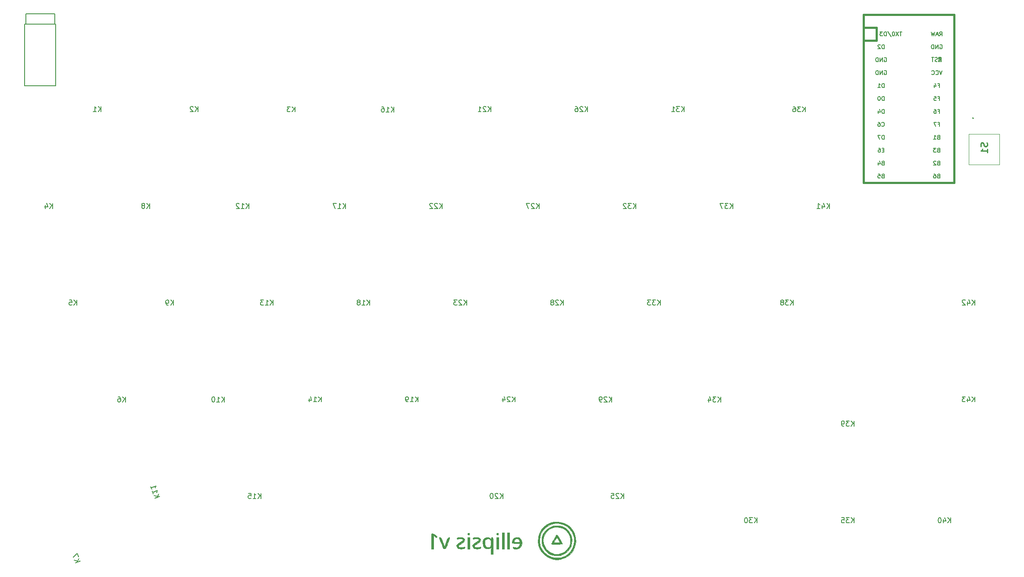
<source format=gbr>
G04 #@! TF.GenerationSoftware,KiCad,Pcbnew,(5.1.5)-3*
G04 #@! TF.CreationDate,2020-05-03T23:14:43-07:00*
G04 #@! TF.ProjectId,right,72696768-742e-46b6-9963-61645f706362,rev?*
G04 #@! TF.SameCoordinates,Original*
G04 #@! TF.FileFunction,Legend,Bot*
G04 #@! TF.FilePolarity,Positive*
%FSLAX46Y46*%
G04 Gerber Fmt 4.6, Leading zero omitted, Abs format (unit mm)*
G04 Created by KiCad (PCBNEW (5.1.5)-3) date 2020-05-03 23:14:43*
%MOMM*%
%LPD*%
G04 APERTURE LIST*
%ADD10C,0.381000*%
%ADD11C,0.150000*%
%ADD12C,0.010000*%
%ADD13C,0.100000*%
%ADD14C,0.200000*%
%ADD15C,0.254000*%
G04 APERTURE END LIST*
D10*
X198140000Y-22570000D02*
X195600000Y-22570000D01*
X213380000Y-20030000D02*
X195600000Y-20030000D01*
X195600000Y-20030000D02*
X195600000Y-53050000D01*
X195600000Y-53050000D02*
X213380000Y-53050000D01*
X213380000Y-53050000D02*
X213380000Y-20030000D01*
D11*
G36*
X210334635Y-28459030D02*
G01*
X210334635Y-28559030D01*
X210834635Y-28559030D01*
X210834635Y-28459030D01*
X210334635Y-28459030D01*
G37*
X210334635Y-28459030D02*
X210334635Y-28559030D01*
X210834635Y-28559030D01*
X210834635Y-28459030D01*
X210334635Y-28459030D01*
G36*
X210334635Y-28459030D02*
G01*
X210334635Y-28759030D01*
X210434635Y-28759030D01*
X210434635Y-28459030D01*
X210334635Y-28459030D01*
G37*
X210334635Y-28459030D02*
X210334635Y-28759030D01*
X210434635Y-28759030D01*
X210434635Y-28459030D01*
X210334635Y-28459030D01*
G36*
X210334635Y-29059030D02*
G01*
X210334635Y-29259030D01*
X210434635Y-29259030D01*
X210434635Y-29059030D01*
X210334635Y-29059030D01*
G37*
X210334635Y-29059030D02*
X210334635Y-29259030D01*
X210434635Y-29259030D01*
X210434635Y-29059030D01*
X210334635Y-29059030D01*
G36*
X210734635Y-28459030D02*
G01*
X210734635Y-29259030D01*
X210834635Y-29259030D01*
X210834635Y-28459030D01*
X210734635Y-28459030D01*
G37*
X210734635Y-28459030D02*
X210734635Y-29259030D01*
X210834635Y-29259030D01*
X210834635Y-28459030D01*
X210734635Y-28459030D01*
G36*
X210534635Y-28859030D02*
G01*
X210534635Y-28959030D01*
X210634635Y-28959030D01*
X210634635Y-28859030D01*
X210534635Y-28859030D01*
G37*
X210534635Y-28859030D02*
X210534635Y-28959030D01*
X210634635Y-28959030D01*
X210634635Y-28859030D01*
X210534635Y-28859030D01*
D10*
X198140000Y-22570000D02*
X198140000Y-25110000D01*
X198140000Y-25110000D02*
X195600000Y-25110000D01*
D12*
G36*
X135298226Y-122221328D02*
G01*
X135223849Y-122334222D01*
X135093051Y-122549824D01*
X134926072Y-122832957D01*
X134743150Y-123148443D01*
X134564524Y-123461104D01*
X134410434Y-123735761D01*
X134301118Y-123937237D01*
X134256815Y-124030353D01*
X134256666Y-124031704D01*
X134336091Y-124044958D01*
X134553408Y-124055977D01*
X134877180Y-124063742D01*
X135275969Y-124067236D01*
X135357333Y-124067333D01*
X135766659Y-124062752D01*
X136106809Y-124050218D01*
X136346390Y-124031543D01*
X136454008Y-124008540D01*
X136456946Y-124003833D01*
X136416030Y-123910419D01*
X136319549Y-123728667D01*
X135956638Y-123728667D01*
X134757528Y-123728667D01*
X134986212Y-123326500D01*
X135167570Y-123016312D01*
X135295130Y-122849488D01*
X135397988Y-122821734D01*
X135505241Y-122928758D01*
X135645985Y-123166267D01*
X135678152Y-123224412D01*
X135956638Y-123728667D01*
X136319549Y-123728667D01*
X136305134Y-123701513D01*
X136140755Y-123407213D01*
X135939391Y-123057613D01*
X135920718Y-123025662D01*
X135683419Y-122630704D01*
X135511631Y-122372074D01*
X135394064Y-122235185D01*
X135319428Y-122205448D01*
X135298226Y-122221328D01*
G37*
X135298226Y-122221328D02*
X135223849Y-122334222D01*
X135093051Y-122549824D01*
X134926072Y-122832957D01*
X134743150Y-123148443D01*
X134564524Y-123461104D01*
X134410434Y-123735761D01*
X134301118Y-123937237D01*
X134256815Y-124030353D01*
X134256666Y-124031704D01*
X134336091Y-124044958D01*
X134553408Y-124055977D01*
X134877180Y-124063742D01*
X135275969Y-124067236D01*
X135357333Y-124067333D01*
X135766659Y-124062752D01*
X136106809Y-124050218D01*
X136346390Y-124031543D01*
X136454008Y-124008540D01*
X136456946Y-124003833D01*
X136416030Y-123910419D01*
X136319549Y-123728667D01*
X135956638Y-123728667D01*
X134757528Y-123728667D01*
X134986212Y-123326500D01*
X135167570Y-123016312D01*
X135295130Y-122849488D01*
X135397988Y-122821734D01*
X135505241Y-122928758D01*
X135645985Y-123166267D01*
X135678152Y-123224412D01*
X135956638Y-123728667D01*
X136319549Y-123728667D01*
X136305134Y-123701513D01*
X136140755Y-123407213D01*
X135939391Y-123057613D01*
X135920718Y-123025662D01*
X135683419Y-122630704D01*
X135511631Y-122372074D01*
X135394064Y-122235185D01*
X135319428Y-122205448D01*
X135298226Y-122221328D01*
G36*
X134736307Y-120472358D02*
G01*
X134423228Y-120557624D01*
X134320449Y-120594667D01*
X133810807Y-120860368D01*
X133325381Y-121247863D01*
X132913951Y-121711549D01*
X132672912Y-122103906D01*
X132557997Y-122357995D01*
X132487500Y-122585456D01*
X132451073Y-122842846D01*
X132438371Y-123186721D01*
X132437647Y-123390000D01*
X132445368Y-123803706D01*
X132473088Y-124102831D01*
X132530046Y-124341786D01*
X132625476Y-124574978D01*
X132646045Y-124617667D01*
X132917927Y-125046985D01*
X133293616Y-125472717D01*
X133719954Y-125841926D01*
X134129666Y-126095061D01*
X134541712Y-126231875D01*
X135044173Y-126312920D01*
X135568312Y-126333638D01*
X136045391Y-126289470D01*
X136261220Y-126236393D01*
X136845477Y-125962449D01*
X137376538Y-125555120D01*
X137817701Y-125049548D01*
X138132267Y-124480878D01*
X138154904Y-124423071D01*
X138288148Y-123878405D01*
X138311929Y-123390000D01*
X138015977Y-123390000D01*
X137966068Y-123984940D01*
X137802774Y-124492828D01*
X137505746Y-124965486D01*
X137305311Y-125199827D01*
X136801120Y-125629665D01*
X136229571Y-125911252D01*
X135612650Y-126040186D01*
X134972345Y-126012059D01*
X134330643Y-125822468D01*
X134288839Y-125804197D01*
X133729167Y-125470161D01*
X133285223Y-125033930D01*
X132962364Y-124520102D01*
X132765945Y-123953277D01*
X132701321Y-123358054D01*
X132773846Y-122759030D01*
X132988877Y-122180804D01*
X133351770Y-121647977D01*
X133377646Y-121618784D01*
X133871877Y-121171428D01*
X134414660Y-120882604D01*
X135023735Y-120744338D01*
X135356845Y-120729161D01*
X135994339Y-120791602D01*
X136540240Y-120980260D01*
X137030563Y-121310047D01*
X137245001Y-121510834D01*
X137642509Y-121995573D01*
X137889423Y-122503747D01*
X138003354Y-123078284D01*
X138015977Y-123390000D01*
X138311929Y-123390000D01*
X138317569Y-123274172D01*
X138246318Y-122673384D01*
X138077544Y-122139057D01*
X138036441Y-122053608D01*
X137642459Y-121454951D01*
X137146601Y-120990536D01*
X136555224Y-120664377D01*
X135874684Y-120480487D01*
X135484333Y-120442271D01*
X135064814Y-120437205D01*
X134736307Y-120472358D01*
G37*
X134736307Y-120472358D02*
X134423228Y-120557624D01*
X134320449Y-120594667D01*
X133810807Y-120860368D01*
X133325381Y-121247863D01*
X132913951Y-121711549D01*
X132672912Y-122103906D01*
X132557997Y-122357995D01*
X132487500Y-122585456D01*
X132451073Y-122842846D01*
X132438371Y-123186721D01*
X132437647Y-123390000D01*
X132445368Y-123803706D01*
X132473088Y-124102831D01*
X132530046Y-124341786D01*
X132625476Y-124574978D01*
X132646045Y-124617667D01*
X132917927Y-125046985D01*
X133293616Y-125472717D01*
X133719954Y-125841926D01*
X134129666Y-126095061D01*
X134541712Y-126231875D01*
X135044173Y-126312920D01*
X135568312Y-126333638D01*
X136045391Y-126289470D01*
X136261220Y-126236393D01*
X136845477Y-125962449D01*
X137376538Y-125555120D01*
X137817701Y-125049548D01*
X138132267Y-124480878D01*
X138154904Y-124423071D01*
X138288148Y-123878405D01*
X138311929Y-123390000D01*
X138015977Y-123390000D01*
X137966068Y-123984940D01*
X137802774Y-124492828D01*
X137505746Y-124965486D01*
X137305311Y-125199827D01*
X136801120Y-125629665D01*
X136229571Y-125911252D01*
X135612650Y-126040186D01*
X134972345Y-126012059D01*
X134330643Y-125822468D01*
X134288839Y-125804197D01*
X133729167Y-125470161D01*
X133285223Y-125033930D01*
X132962364Y-124520102D01*
X132765945Y-123953277D01*
X132701321Y-123358054D01*
X132773846Y-122759030D01*
X132988877Y-122180804D01*
X133351770Y-121647977D01*
X133377646Y-121618784D01*
X133871877Y-121171428D01*
X134414660Y-120882604D01*
X135023735Y-120744338D01*
X135356845Y-120729161D01*
X135994339Y-120791602D01*
X136540240Y-120980260D01*
X137030563Y-121310047D01*
X137245001Y-121510834D01*
X137642509Y-121995573D01*
X137889423Y-122503747D01*
X138003354Y-123078284D01*
X138015977Y-123390000D01*
X138311929Y-123390000D01*
X138317569Y-123274172D01*
X138246318Y-122673384D01*
X138077544Y-122139057D01*
X138036441Y-122053608D01*
X137642459Y-121454951D01*
X137146601Y-120990536D01*
X136555224Y-120664377D01*
X135874684Y-120480487D01*
X135484333Y-120442271D01*
X135064814Y-120437205D01*
X134736307Y-120472358D01*
G36*
X117903895Y-121936626D02*
G01*
X117844125Y-122069720D01*
X117847215Y-122097605D01*
X117934596Y-122232662D01*
X118078073Y-122271957D01*
X118202843Y-122202522D01*
X118223831Y-122162900D01*
X118224807Y-121997457D01*
X118186933Y-121933733D01*
X118042832Y-121879398D01*
X117903895Y-121936626D01*
G37*
X117903895Y-121936626D02*
X117844125Y-122069720D01*
X117847215Y-122097605D01*
X117934596Y-122232662D01*
X118078073Y-122271957D01*
X118202843Y-122202522D01*
X118223831Y-122162900D01*
X118224807Y-121997457D01*
X118186933Y-121933733D01*
X118042832Y-121879398D01*
X117903895Y-121936626D01*
G36*
X123576562Y-121936626D02*
G01*
X123516792Y-122069720D01*
X123519881Y-122097605D01*
X123607262Y-122232662D01*
X123750739Y-122271957D01*
X123875510Y-122202522D01*
X123896498Y-122162900D01*
X123897474Y-121997457D01*
X123859600Y-121933733D01*
X123715499Y-121879398D01*
X123576562Y-121936626D01*
G37*
X123576562Y-121936626D02*
X123516792Y-122069720D01*
X123519881Y-122097605D01*
X123607262Y-122232662D01*
X123750739Y-122271957D01*
X123875510Y-122202522D01*
X123896498Y-122162900D01*
X123897474Y-121997457D01*
X123859600Y-121933733D01*
X123715499Y-121879398D01*
X123576562Y-121936626D01*
G36*
X110830779Y-121957220D02*
G01*
X110785932Y-121992219D01*
X110755074Y-122078673D01*
X110735597Y-122239589D01*
X110724888Y-122497975D01*
X110720339Y-122876840D01*
X110719339Y-123399192D01*
X110719333Y-123474667D01*
X110719333Y-124998667D01*
X111142666Y-124998667D01*
X111142666Y-122358947D01*
X111403835Y-122578706D01*
X111620105Y-122722522D01*
X111763053Y-122736622D01*
X111816818Y-122620120D01*
X111816698Y-122601836D01*
X111746525Y-122486795D01*
X111574093Y-122330151D01*
X111348401Y-122166418D01*
X111118453Y-122030112D01*
X110933247Y-121955747D01*
X110892226Y-121950667D01*
X110830779Y-121957220D01*
G37*
X110830779Y-121957220D02*
X110785932Y-121992219D01*
X110755074Y-122078673D01*
X110735597Y-122239589D01*
X110724888Y-122497975D01*
X110720339Y-122876840D01*
X110719339Y-123399192D01*
X110719333Y-123474667D01*
X110719333Y-124998667D01*
X111142666Y-124998667D01*
X111142666Y-122358947D01*
X111403835Y-122578706D01*
X111620105Y-122722522D01*
X111763053Y-122736622D01*
X111816818Y-122620120D01*
X111816698Y-122601836D01*
X111746525Y-122486795D01*
X111574093Y-122330151D01*
X111348401Y-122166418D01*
X111118453Y-122030112D01*
X110933247Y-121955747D01*
X110892226Y-121950667D01*
X110830779Y-121957220D01*
G36*
X112286570Y-122723735D02*
G01*
X112243333Y-122742403D01*
X112271821Y-122827933D01*
X112349984Y-123042053D01*
X112466869Y-123355244D01*
X112611525Y-123737987D01*
X112659567Y-123864236D01*
X112829854Y-124303893D01*
X112957449Y-124609100D01*
X113056559Y-124804893D01*
X113141393Y-124916309D01*
X113226159Y-124968386D01*
X113294526Y-124983120D01*
X113482288Y-124960966D01*
X113586059Y-124813786D01*
X113697152Y-124515505D01*
X113830931Y-124157741D01*
X113972649Y-123779755D01*
X114107557Y-123420807D01*
X114220910Y-123120155D01*
X114297959Y-122917062D01*
X114319651Y-122860833D01*
X114328756Y-122748470D01*
X114208674Y-122713221D01*
X114175235Y-122712667D01*
X114082582Y-122727510D01*
X114002672Y-122789885D01*
X113920351Y-122926555D01*
X113820466Y-123164287D01*
X113687862Y-123529846D01*
X113647944Y-123644000D01*
X113519118Y-124008794D01*
X113410620Y-124306555D01*
X113334138Y-124505844D01*
X113301666Y-124575333D01*
X113267031Y-124500489D01*
X113189130Y-124296918D01*
X113079653Y-123996059D01*
X112955389Y-123644000D01*
X112811400Y-123240880D01*
X112703603Y-122972728D01*
X112617241Y-122813025D01*
X112537559Y-122735251D01*
X112449798Y-122712887D01*
X112437156Y-122712667D01*
X112286570Y-122723735D01*
G37*
X112286570Y-122723735D02*
X112243333Y-122742403D01*
X112271821Y-122827933D01*
X112349984Y-123042053D01*
X112466869Y-123355244D01*
X112611525Y-123737987D01*
X112659567Y-123864236D01*
X112829854Y-124303893D01*
X112957449Y-124609100D01*
X113056559Y-124804893D01*
X113141393Y-124916309D01*
X113226159Y-124968386D01*
X113294526Y-124983120D01*
X113482288Y-124960966D01*
X113586059Y-124813786D01*
X113697152Y-124515505D01*
X113830931Y-124157741D01*
X113972649Y-123779755D01*
X114107557Y-123420807D01*
X114220910Y-123120155D01*
X114297959Y-122917062D01*
X114319651Y-122860833D01*
X114328756Y-122748470D01*
X114208674Y-122713221D01*
X114175235Y-122712667D01*
X114082582Y-122727510D01*
X114002672Y-122789885D01*
X113920351Y-122926555D01*
X113820466Y-123164287D01*
X113687862Y-123529846D01*
X113647944Y-123644000D01*
X113519118Y-124008794D01*
X113410620Y-124306555D01*
X113334138Y-124505844D01*
X113301666Y-124575333D01*
X113267031Y-124500489D01*
X113189130Y-124296918D01*
X113079653Y-123996059D01*
X112955389Y-123644000D01*
X112811400Y-123240880D01*
X112703603Y-122972728D01*
X112617241Y-122813025D01*
X112537559Y-122735251D01*
X112449798Y-122712887D01*
X112437156Y-122712667D01*
X112286570Y-122723735D01*
G36*
X116219825Y-122732072D02*
G01*
X115930839Y-122766642D01*
X115779685Y-122811231D01*
X115735026Y-122883344D01*
X115760829Y-122988449D01*
X115827167Y-123069084D01*
X115966566Y-123071044D01*
X116107031Y-123037391D01*
X116386621Y-122996194D01*
X116650885Y-123010107D01*
X116656413Y-123011287D01*
X116835036Y-123076283D01*
X116888724Y-123193849D01*
X116883705Y-123279935D01*
X116833813Y-123420613D01*
X116699069Y-123536838D01*
X116442048Y-123659260D01*
X116399488Y-123676513D01*
X116113564Y-123818385D01*
X115872619Y-123985034D01*
X115773149Y-124085316D01*
X115663527Y-124268716D01*
X115662775Y-124432390D01*
X115707884Y-124558958D01*
X115848264Y-124769073D01*
X116020706Y-124903017D01*
X116264161Y-124967195D01*
X116579658Y-124992661D01*
X116894323Y-124979149D01*
X117135281Y-124926395D01*
X117175166Y-124907218D01*
X117289341Y-124794634D01*
X117323353Y-124673437D01*
X117274581Y-124600448D01*
X117188932Y-124608791D01*
X116877826Y-124691236D01*
X116556025Y-124719384D01*
X116294521Y-124689207D01*
X116228811Y-124663288D01*
X116070800Y-124519653D01*
X116074556Y-124351779D01*
X116235739Y-124168331D01*
X116550009Y-123977978D01*
X116578903Y-123964011D01*
X116974781Y-123736377D01*
X117206411Y-123506486D01*
X117278827Y-123267975D01*
X117248039Y-123118317D01*
X117079409Y-122902200D01*
X116784263Y-122766924D01*
X116390026Y-122722791D01*
X116219825Y-122732072D01*
G37*
X116219825Y-122732072D02*
X115930839Y-122766642D01*
X115779685Y-122811231D01*
X115735026Y-122883344D01*
X115760829Y-122988449D01*
X115827167Y-123069084D01*
X115966566Y-123071044D01*
X116107031Y-123037391D01*
X116386621Y-122996194D01*
X116650885Y-123010107D01*
X116656413Y-123011287D01*
X116835036Y-123076283D01*
X116888724Y-123193849D01*
X116883705Y-123279935D01*
X116833813Y-123420613D01*
X116699069Y-123536838D01*
X116442048Y-123659260D01*
X116399488Y-123676513D01*
X116113564Y-123818385D01*
X115872619Y-123985034D01*
X115773149Y-124085316D01*
X115663527Y-124268716D01*
X115662775Y-124432390D01*
X115707884Y-124558958D01*
X115848264Y-124769073D01*
X116020706Y-124903017D01*
X116264161Y-124967195D01*
X116579658Y-124992661D01*
X116894323Y-124979149D01*
X117135281Y-124926395D01*
X117175166Y-124907218D01*
X117289341Y-124794634D01*
X117323353Y-124673437D01*
X117274581Y-124600448D01*
X117188932Y-124608791D01*
X116877826Y-124691236D01*
X116556025Y-124719384D01*
X116294521Y-124689207D01*
X116228811Y-124663288D01*
X116070800Y-124519653D01*
X116074556Y-124351779D01*
X116235739Y-124168331D01*
X116550009Y-123977978D01*
X116578903Y-123964011D01*
X116974781Y-123736377D01*
X117206411Y-123506486D01*
X117278827Y-123267975D01*
X117248039Y-123118317D01*
X117079409Y-122902200D01*
X116784263Y-122766924D01*
X116390026Y-122722791D01*
X116219825Y-122732072D01*
G36*
X117831333Y-124998667D02*
G01*
X118254666Y-124998667D01*
X118254666Y-122712667D01*
X117831333Y-122712667D01*
X117831333Y-124998667D01*
G37*
X117831333Y-124998667D02*
X118254666Y-124998667D01*
X118254666Y-122712667D01*
X117831333Y-122712667D01*
X117831333Y-124998667D01*
G36*
X119352491Y-122732072D02*
G01*
X119063505Y-122766642D01*
X118912351Y-122811231D01*
X118867692Y-122883344D01*
X118893496Y-122988449D01*
X118959833Y-123069084D01*
X119099233Y-123071044D01*
X119239698Y-123037391D01*
X119519287Y-122996194D01*
X119783551Y-123010107D01*
X119789080Y-123011287D01*
X119967702Y-123076283D01*
X120021390Y-123193849D01*
X120016371Y-123279935D01*
X119966480Y-123420613D01*
X119831735Y-123536838D01*
X119574715Y-123659260D01*
X119532155Y-123676513D01*
X119246231Y-123818385D01*
X119005286Y-123985034D01*
X118905816Y-124085316D01*
X118796194Y-124268716D01*
X118795442Y-124432390D01*
X118840550Y-124558958D01*
X118980931Y-124769073D01*
X119153373Y-124903017D01*
X119396828Y-124967195D01*
X119712324Y-124992661D01*
X120026989Y-124979149D01*
X120267948Y-124926395D01*
X120307833Y-124907218D01*
X120422008Y-124794634D01*
X120456020Y-124673437D01*
X120407248Y-124600448D01*
X120321598Y-124608791D01*
X120010493Y-124691236D01*
X119688691Y-124719384D01*
X119427188Y-124689207D01*
X119361478Y-124663288D01*
X119203467Y-124519653D01*
X119207223Y-124351779D01*
X119368405Y-124168331D01*
X119682676Y-123977978D01*
X119711569Y-123964011D01*
X120107448Y-123736377D01*
X120339078Y-123506486D01*
X120411494Y-123267975D01*
X120380705Y-123118317D01*
X120212076Y-122902200D01*
X119916930Y-122766924D01*
X119522692Y-122722791D01*
X119352491Y-122732072D01*
G37*
X119352491Y-122732072D02*
X119063505Y-122766642D01*
X118912351Y-122811231D01*
X118867692Y-122883344D01*
X118893496Y-122988449D01*
X118959833Y-123069084D01*
X119099233Y-123071044D01*
X119239698Y-123037391D01*
X119519287Y-122996194D01*
X119783551Y-123010107D01*
X119789080Y-123011287D01*
X119967702Y-123076283D01*
X120021390Y-123193849D01*
X120016371Y-123279935D01*
X119966480Y-123420613D01*
X119831735Y-123536838D01*
X119574715Y-123659260D01*
X119532155Y-123676513D01*
X119246231Y-123818385D01*
X119005286Y-123985034D01*
X118905816Y-124085316D01*
X118796194Y-124268716D01*
X118795442Y-124432390D01*
X118840550Y-124558958D01*
X118980931Y-124769073D01*
X119153373Y-124903017D01*
X119396828Y-124967195D01*
X119712324Y-124992661D01*
X120026989Y-124979149D01*
X120267948Y-124926395D01*
X120307833Y-124907218D01*
X120422008Y-124794634D01*
X120456020Y-124673437D01*
X120407248Y-124600448D01*
X120321598Y-124608791D01*
X120010493Y-124691236D01*
X119688691Y-124719384D01*
X119427188Y-124689207D01*
X119361478Y-124663288D01*
X119203467Y-124519653D01*
X119207223Y-124351779D01*
X119368405Y-124168331D01*
X119682676Y-123977978D01*
X119711569Y-123964011D01*
X120107448Y-123736377D01*
X120339078Y-123506486D01*
X120411494Y-123267975D01*
X120380705Y-123118317D01*
X120212076Y-122902200D01*
X119916930Y-122766924D01*
X119522692Y-122722791D01*
X119352491Y-122732072D01*
G36*
X123504000Y-124998667D02*
G01*
X123927333Y-124998667D01*
X123927333Y-122712667D01*
X123504000Y-122712667D01*
X123504000Y-124998667D01*
G37*
X123504000Y-124998667D02*
X123927333Y-124998667D01*
X123927333Y-122712667D01*
X123504000Y-122712667D01*
X123504000Y-124998667D01*
G36*
X124604666Y-124998667D02*
G01*
X125028000Y-124998667D01*
X125028000Y-121781333D01*
X124604666Y-121781333D01*
X124604666Y-124998667D01*
G37*
X124604666Y-124998667D02*
X125028000Y-124998667D01*
X125028000Y-121781333D01*
X124604666Y-121781333D01*
X124604666Y-124998667D01*
G36*
X125620666Y-124998667D02*
G01*
X126044000Y-124998667D01*
X126044000Y-121781333D01*
X125620666Y-121781333D01*
X125620666Y-124998667D01*
G37*
X125620666Y-124998667D02*
X126044000Y-124998667D01*
X126044000Y-121781333D01*
X125620666Y-121781333D01*
X125620666Y-124998667D01*
G36*
X127104754Y-122796089D02*
G01*
X126947334Y-122885851D01*
X126773154Y-123098166D01*
X126631502Y-123400951D01*
X126556736Y-123715349D01*
X126552472Y-123792167D01*
X126604618Y-123845107D01*
X126774467Y-123878596D01*
X127081288Y-123895142D01*
X127365512Y-123898000D01*
X128179024Y-123898000D01*
X128124324Y-124130833D01*
X128004082Y-124381334D01*
X127798269Y-124597334D01*
X127562577Y-124727615D01*
X127456886Y-124744667D01*
X127242223Y-124721121D01*
X126995941Y-124665910D01*
X126809046Y-124624721D01*
X126733296Y-124657729D01*
X126721333Y-124741518D01*
X126785797Y-124898083D01*
X126855258Y-124947275D01*
X127105160Y-124992084D01*
X127434876Y-124989892D01*
X127763296Y-124946392D01*
X128009308Y-124867276D01*
X128011436Y-124866130D01*
X128269839Y-124637105D01*
X128433250Y-124310420D01*
X128500682Y-123929258D01*
X128475713Y-123597462D01*
X128160666Y-123597462D01*
X128083097Y-123620245D01*
X127878724Y-123636833D01*
X127590055Y-123643937D01*
X127558821Y-123644000D01*
X126956976Y-123644000D01*
X127013122Y-123411167D01*
X127146448Y-123139198D01*
X127358173Y-122990300D01*
X127606196Y-122968577D01*
X127848413Y-123078131D01*
X128036798Y-123311389D01*
X128123011Y-123491306D01*
X128160608Y-123595917D01*
X128160666Y-123597462D01*
X128475713Y-123597462D01*
X128471148Y-123536802D01*
X128343661Y-123176236D01*
X128117233Y-122890743D01*
X128057645Y-122844806D01*
X127775280Y-122734785D01*
X127431871Y-122719499D01*
X127104754Y-122796089D01*
G37*
X127104754Y-122796089D02*
X126947334Y-122885851D01*
X126773154Y-123098166D01*
X126631502Y-123400951D01*
X126556736Y-123715349D01*
X126552472Y-123792167D01*
X126604618Y-123845107D01*
X126774467Y-123878596D01*
X127081288Y-123895142D01*
X127365512Y-123898000D01*
X128179024Y-123898000D01*
X128124324Y-124130833D01*
X128004082Y-124381334D01*
X127798269Y-124597334D01*
X127562577Y-124727615D01*
X127456886Y-124744667D01*
X127242223Y-124721121D01*
X126995941Y-124665910D01*
X126809046Y-124624721D01*
X126733296Y-124657729D01*
X126721333Y-124741518D01*
X126785797Y-124898083D01*
X126855258Y-124947275D01*
X127105160Y-124992084D01*
X127434876Y-124989892D01*
X127763296Y-124946392D01*
X128009308Y-124867276D01*
X128011436Y-124866130D01*
X128269839Y-124637105D01*
X128433250Y-124310420D01*
X128500682Y-123929258D01*
X128475713Y-123597462D01*
X128160666Y-123597462D01*
X128083097Y-123620245D01*
X127878724Y-123636833D01*
X127590055Y-123643937D01*
X127558821Y-123644000D01*
X126956976Y-123644000D01*
X127013122Y-123411167D01*
X127146448Y-123139198D01*
X127358173Y-122990300D01*
X127606196Y-122968577D01*
X127848413Y-123078131D01*
X128036798Y-123311389D01*
X128123011Y-123491306D01*
X128160608Y-123595917D01*
X128160666Y-123597462D01*
X128475713Y-123597462D01*
X128471148Y-123536802D01*
X128343661Y-123176236D01*
X128117233Y-122890743D01*
X128057645Y-122844806D01*
X127775280Y-122734785D01*
X127431871Y-122719499D01*
X127104754Y-122796089D01*
G36*
X122516813Y-122771484D02*
G01*
X122488000Y-122888145D01*
X122488000Y-123063623D01*
X122264915Y-122888145D01*
X121967275Y-122748156D01*
X121620613Y-122720346D01*
X121299937Y-122807422D01*
X121227895Y-122850732D01*
X120991714Y-123111685D01*
X120850909Y-123465547D01*
X120805480Y-123865306D01*
X120855426Y-124263952D01*
X121000749Y-124614474D01*
X121227895Y-124860601D01*
X121524270Y-124976463D01*
X121879494Y-124982485D01*
X122222601Y-124877556D01*
X122225196Y-124876219D01*
X122461984Y-124753771D01*
X122421524Y-125384219D01*
X122381065Y-126014667D01*
X122826666Y-126014667D01*
X122826666Y-124363667D01*
X122826023Y-123839484D01*
X122403333Y-123839484D01*
X122377211Y-124238109D01*
X122291855Y-124500772D01*
X122136780Y-124653678D01*
X122064666Y-124685909D01*
X121774692Y-124730998D01*
X121525800Y-124625046D01*
X121425818Y-124536848D01*
X121303657Y-124385285D01*
X121240591Y-124205456D01*
X121219016Y-123936918D01*
X121218000Y-123823327D01*
X121227236Y-123526913D01*
X121267260Y-123342981D01*
X121356544Y-123215124D01*
X121441085Y-123142145D01*
X121735974Y-122990510D01*
X122017312Y-122998594D01*
X122234000Y-123136000D01*
X122334295Y-123277490D01*
X122386608Y-123479106D01*
X122403168Y-123791654D01*
X122403333Y-123839484D01*
X122826023Y-123839484D01*
X122825970Y-123796671D01*
X122822370Y-123376912D01*
X122813601Y-123082294D01*
X122797395Y-122890722D01*
X122771487Y-122780100D01*
X122733611Y-122728334D01*
X122681501Y-122713327D01*
X122657333Y-122712667D01*
X122516813Y-122771484D01*
G37*
X122516813Y-122771484D02*
X122488000Y-122888145D01*
X122488000Y-123063623D01*
X122264915Y-122888145D01*
X121967275Y-122748156D01*
X121620613Y-122720346D01*
X121299937Y-122807422D01*
X121227895Y-122850732D01*
X120991714Y-123111685D01*
X120850909Y-123465547D01*
X120805480Y-123865306D01*
X120855426Y-124263952D01*
X121000749Y-124614474D01*
X121227895Y-124860601D01*
X121524270Y-124976463D01*
X121879494Y-124982485D01*
X122222601Y-124877556D01*
X122225196Y-124876219D01*
X122461984Y-124753771D01*
X122421524Y-125384219D01*
X122381065Y-126014667D01*
X122826666Y-126014667D01*
X122826666Y-124363667D01*
X122826023Y-123839484D01*
X122403333Y-123839484D01*
X122377211Y-124238109D01*
X122291855Y-124500772D01*
X122136780Y-124653678D01*
X122064666Y-124685909D01*
X121774692Y-124730998D01*
X121525800Y-124625046D01*
X121425818Y-124536848D01*
X121303657Y-124385285D01*
X121240591Y-124205456D01*
X121219016Y-123936918D01*
X121218000Y-123823327D01*
X121227236Y-123526913D01*
X121267260Y-123342981D01*
X121356544Y-123215124D01*
X121441085Y-123142145D01*
X121735974Y-122990510D01*
X122017312Y-122998594D01*
X122234000Y-123136000D01*
X122334295Y-123277490D01*
X122386608Y-123479106D01*
X122403168Y-123791654D01*
X122403333Y-123839484D01*
X122826023Y-123839484D01*
X122825970Y-123796671D01*
X122822370Y-123376912D01*
X122813601Y-123082294D01*
X122797395Y-122890722D01*
X122771487Y-122780100D01*
X122733611Y-122728334D01*
X122681501Y-122713327D01*
X122657333Y-122712667D01*
X122516813Y-122771484D01*
G36*
X134817739Y-119714450D02*
G01*
X134078624Y-119895600D01*
X133407849Y-120216719D01*
X132821394Y-120665101D01*
X132335239Y-121228042D01*
X131965363Y-121892836D01*
X131727747Y-122646778D01*
X131699670Y-122794377D01*
X131650114Y-123546383D01*
X131752854Y-124264475D01*
X131991941Y-124933916D01*
X132351427Y-125539969D01*
X132815364Y-126067895D01*
X133367804Y-126502957D01*
X133992798Y-126830418D01*
X134674398Y-127035540D01*
X135396656Y-127103586D01*
X136143623Y-127019819D01*
X136246333Y-126995866D01*
X136939525Y-126743942D01*
X137577921Y-126357482D01*
X138129543Y-125861865D01*
X138562412Y-125282472D01*
X138680056Y-125064357D01*
X138952567Y-124325564D01*
X139069838Y-123564543D01*
X139066592Y-123495801D01*
X138777717Y-123495801D01*
X138675113Y-124169270D01*
X138443274Y-124819855D01*
X138097647Y-125415451D01*
X137653675Y-125923952D01*
X137126804Y-126313250D01*
X137037561Y-126361449D01*
X136591748Y-126567776D01*
X136190820Y-126691527D01*
X135765373Y-126747644D01*
X135246004Y-126751071D01*
X135230333Y-126750583D01*
X134793883Y-126725242D01*
X134460777Y-126673056D01*
X134165593Y-126581007D01*
X133981276Y-126502060D01*
X133419507Y-126163675D01*
X132901026Y-125701978D01*
X132472677Y-125162954D01*
X132286780Y-124838688D01*
X132162357Y-124573976D01*
X132082638Y-124354721D01*
X132037755Y-124128777D01*
X132017842Y-123843995D01*
X132013031Y-123448230D01*
X132013000Y-123391780D01*
X132016972Y-122976746D01*
X132035414Y-122677864D01*
X132078116Y-122442020D01*
X132154871Y-122216098D01*
X132275467Y-121946983D01*
X132281765Y-121933673D01*
X132660401Y-121316741D01*
X133152369Y-120798925D01*
X133732658Y-120393592D01*
X134376257Y-120114110D01*
X135058153Y-119973846D01*
X135753334Y-119986166D01*
X135886500Y-120007157D01*
X136636644Y-120223299D01*
X137296834Y-120576305D01*
X137853929Y-121053146D01*
X138294787Y-121640796D01*
X138606266Y-122326226D01*
X138735642Y-122831556D01*
X138777717Y-123495801D01*
X139066592Y-123495801D01*
X139034007Y-122805950D01*
X138847214Y-122074439D01*
X138511597Y-121394668D01*
X138340413Y-121148356D01*
X137796873Y-120566247D01*
X137162376Y-120125269D01*
X136447716Y-119831203D01*
X135663688Y-119689829D01*
X135609216Y-119685974D01*
X134817739Y-119714450D01*
G37*
X134817739Y-119714450D02*
X134078624Y-119895600D01*
X133407849Y-120216719D01*
X132821394Y-120665101D01*
X132335239Y-121228042D01*
X131965363Y-121892836D01*
X131727747Y-122646778D01*
X131699670Y-122794377D01*
X131650114Y-123546383D01*
X131752854Y-124264475D01*
X131991941Y-124933916D01*
X132351427Y-125539969D01*
X132815364Y-126067895D01*
X133367804Y-126502957D01*
X133992798Y-126830418D01*
X134674398Y-127035540D01*
X135396656Y-127103586D01*
X136143623Y-127019819D01*
X136246333Y-126995866D01*
X136939525Y-126743942D01*
X137577921Y-126357482D01*
X138129543Y-125861865D01*
X138562412Y-125282472D01*
X138680056Y-125064357D01*
X138952567Y-124325564D01*
X139069838Y-123564543D01*
X139066592Y-123495801D01*
X138777717Y-123495801D01*
X138675113Y-124169270D01*
X138443274Y-124819855D01*
X138097647Y-125415451D01*
X137653675Y-125923952D01*
X137126804Y-126313250D01*
X137037561Y-126361449D01*
X136591748Y-126567776D01*
X136190820Y-126691527D01*
X135765373Y-126747644D01*
X135246004Y-126751071D01*
X135230333Y-126750583D01*
X134793883Y-126725242D01*
X134460777Y-126673056D01*
X134165593Y-126581007D01*
X133981276Y-126502060D01*
X133419507Y-126163675D01*
X132901026Y-125701978D01*
X132472677Y-125162954D01*
X132286780Y-124838688D01*
X132162357Y-124573976D01*
X132082638Y-124354721D01*
X132037755Y-124128777D01*
X132017842Y-123843995D01*
X132013031Y-123448230D01*
X132013000Y-123391780D01*
X132016972Y-122976746D01*
X132035414Y-122677864D01*
X132078116Y-122442020D01*
X132154871Y-122216098D01*
X132275467Y-121946983D01*
X132281765Y-121933673D01*
X132660401Y-121316741D01*
X133152369Y-120798925D01*
X133732658Y-120393592D01*
X134376257Y-120114110D01*
X135058153Y-119973846D01*
X135753334Y-119986166D01*
X135886500Y-120007157D01*
X136636644Y-120223299D01*
X137296834Y-120576305D01*
X137853929Y-121053146D01*
X138294787Y-121640796D01*
X138606266Y-122326226D01*
X138735642Y-122831556D01*
X138777717Y-123495801D01*
X139066592Y-123495801D01*
X139034007Y-122805950D01*
X138847214Y-122074439D01*
X138511597Y-121394668D01*
X138340413Y-121148356D01*
X137796873Y-120566247D01*
X137162376Y-120125269D01*
X136447716Y-119831203D01*
X135663688Y-119689829D01*
X135609216Y-119685974D01*
X134817739Y-119714450D01*
D13*
X216260000Y-43490000D02*
X216260000Y-49490000D01*
X216260000Y-49490000D02*
X222260000Y-49490000D01*
X222260000Y-49490000D02*
X222260000Y-43490000D01*
X222260000Y-43490000D02*
X216260000Y-43490000D01*
D14*
X216960000Y-40390000D02*
X216960000Y-40390000D01*
X217160000Y-40390000D02*
X217160000Y-40390000D01*
X217160000Y-40390000D02*
G75*
G02X216960000Y-40390000I-100000J0D01*
G01*
X216960000Y-40390000D02*
G75*
G02X217160000Y-40390000I100000J0D01*
G01*
D11*
X30930000Y-21900000D02*
X37030000Y-21900000D01*
X30930000Y-34000000D02*
X37030000Y-34000000D01*
X30930000Y-21900000D02*
X30930000Y-34000000D01*
X37030000Y-21900000D02*
X37030000Y-34000000D01*
X31180000Y-21900000D02*
X31180000Y-19900000D01*
X36780000Y-21900000D02*
X36780000Y-19900000D01*
X31180000Y-19900000D02*
X36780000Y-19900000D01*
D14*
X167524285Y-96120380D02*
X167524285Y-95120380D01*
X166952857Y-96120380D02*
X167381428Y-95548952D01*
X166952857Y-95120380D02*
X167524285Y-95691809D01*
X166619523Y-95120380D02*
X166000476Y-95120380D01*
X166333809Y-95501333D01*
X166190952Y-95501333D01*
X166095714Y-95548952D01*
X166048095Y-95596571D01*
X166000476Y-95691809D01*
X166000476Y-95929904D01*
X166048095Y-96025142D01*
X166095714Y-96072761D01*
X166190952Y-96120380D01*
X166476666Y-96120380D01*
X166571904Y-96072761D01*
X166619523Y-96025142D01*
X165143333Y-95453714D02*
X165143333Y-96120380D01*
X165381428Y-95072761D02*
X165619523Y-95787047D01*
X165000476Y-95787047D01*
X146154285Y-96120380D02*
X146154285Y-95120380D01*
X145582857Y-96120380D02*
X146011428Y-95548952D01*
X145582857Y-95120380D02*
X146154285Y-95691809D01*
X145201904Y-95215619D02*
X145154285Y-95168000D01*
X145059047Y-95120380D01*
X144820952Y-95120380D01*
X144725714Y-95168000D01*
X144678095Y-95215619D01*
X144630476Y-95310857D01*
X144630476Y-95406095D01*
X144678095Y-95548952D01*
X145249523Y-96120380D01*
X144630476Y-96120380D01*
X144154285Y-96120380D02*
X143963809Y-96120380D01*
X143868571Y-96072761D01*
X143820952Y-96025142D01*
X143725714Y-95882285D01*
X143678095Y-95691809D01*
X143678095Y-95310857D01*
X143725714Y-95215619D01*
X143773333Y-95168000D01*
X143868571Y-95120380D01*
X144059047Y-95120380D01*
X144154285Y-95168000D01*
X144201904Y-95215619D01*
X144249523Y-95310857D01*
X144249523Y-95548952D01*
X144201904Y-95644190D01*
X144154285Y-95691809D01*
X144059047Y-95739428D01*
X143868571Y-95739428D01*
X143773333Y-95691809D01*
X143725714Y-95644190D01*
X143678095Y-95548952D01*
X184144285Y-39130380D02*
X184144285Y-38130380D01*
X183572857Y-39130380D02*
X184001428Y-38558952D01*
X183572857Y-38130380D02*
X184144285Y-38701809D01*
X183239523Y-38130380D02*
X182620476Y-38130380D01*
X182953809Y-38511333D01*
X182810952Y-38511333D01*
X182715714Y-38558952D01*
X182668095Y-38606571D01*
X182620476Y-38701809D01*
X182620476Y-38939904D01*
X182668095Y-39035142D01*
X182715714Y-39082761D01*
X182810952Y-39130380D01*
X183096666Y-39130380D01*
X183191904Y-39082761D01*
X183239523Y-39035142D01*
X181763333Y-38130380D02*
X181953809Y-38130380D01*
X182049047Y-38178000D01*
X182096666Y-38225619D01*
X182191904Y-38368476D01*
X182239523Y-38558952D01*
X182239523Y-38939904D01*
X182191904Y-39035142D01*
X182144285Y-39082761D01*
X182049047Y-39130380D01*
X181858571Y-39130380D01*
X181763333Y-39082761D01*
X181715714Y-39035142D01*
X181668095Y-38939904D01*
X181668095Y-38701809D01*
X181715714Y-38606571D01*
X181763333Y-38558952D01*
X181858571Y-38511333D01*
X182049047Y-38511333D01*
X182144285Y-38558952D01*
X182191904Y-38606571D01*
X182239523Y-38701809D01*
X212694285Y-119870380D02*
X212694285Y-118870380D01*
X212122857Y-119870380D02*
X212551428Y-119298952D01*
X212122857Y-118870380D02*
X212694285Y-119441809D01*
X211265714Y-119203714D02*
X211265714Y-119870380D01*
X211503809Y-118822761D02*
X211741904Y-119537047D01*
X211122857Y-119537047D01*
X210551428Y-118870380D02*
X210456190Y-118870380D01*
X210360952Y-118918000D01*
X210313333Y-118965619D01*
X210265714Y-119060857D01*
X210218095Y-119251333D01*
X210218095Y-119489428D01*
X210265714Y-119679904D01*
X210313333Y-119775142D01*
X210360952Y-119822761D01*
X210456190Y-119870380D01*
X210551428Y-119870380D01*
X210646666Y-119822761D01*
X210694285Y-119775142D01*
X210741904Y-119679904D01*
X210789523Y-119489428D01*
X210789523Y-119251333D01*
X210741904Y-119060857D01*
X210694285Y-118965619D01*
X210646666Y-118918000D01*
X210551428Y-118870380D01*
X181774285Y-77090380D02*
X181774285Y-76090380D01*
X181202857Y-77090380D02*
X181631428Y-76518952D01*
X181202857Y-76090380D02*
X181774285Y-76661809D01*
X180869523Y-76090380D02*
X180250476Y-76090380D01*
X180583809Y-76471333D01*
X180440952Y-76471333D01*
X180345714Y-76518952D01*
X180298095Y-76566571D01*
X180250476Y-76661809D01*
X180250476Y-76899904D01*
X180298095Y-76995142D01*
X180345714Y-77042761D01*
X180440952Y-77090380D01*
X180726666Y-77090380D01*
X180821904Y-77042761D01*
X180869523Y-76995142D01*
X179679047Y-76518952D02*
X179774285Y-76471333D01*
X179821904Y-76423714D01*
X179869523Y-76328476D01*
X179869523Y-76280857D01*
X179821904Y-76185619D01*
X179774285Y-76138000D01*
X179679047Y-76090380D01*
X179488571Y-76090380D01*
X179393333Y-76138000D01*
X179345714Y-76185619D01*
X179298095Y-76280857D01*
X179298095Y-76328476D01*
X179345714Y-76423714D01*
X179393333Y-76471333D01*
X179488571Y-76518952D01*
X179679047Y-76518952D01*
X179774285Y-76566571D01*
X179821904Y-76614190D01*
X179869523Y-76709428D01*
X179869523Y-76899904D01*
X179821904Y-76995142D01*
X179774285Y-77042761D01*
X179679047Y-77090380D01*
X179488571Y-77090380D01*
X179393333Y-77042761D01*
X179345714Y-76995142D01*
X179298095Y-76899904D01*
X179298095Y-76709428D01*
X179345714Y-76614190D01*
X179393333Y-76566571D01*
X179488571Y-76518952D01*
D11*
X210063333Y-29223809D02*
X209949047Y-29261904D01*
X209758571Y-29261904D01*
X209682380Y-29223809D01*
X209644285Y-29185714D01*
X209606190Y-29109523D01*
X209606190Y-29033333D01*
X209644285Y-28957142D01*
X209682380Y-28919047D01*
X209758571Y-28880952D01*
X209910952Y-28842857D01*
X209987142Y-28804761D01*
X210025238Y-28766666D01*
X210063333Y-28690476D01*
X210063333Y-28614285D01*
X210025238Y-28538095D01*
X209987142Y-28500000D01*
X209910952Y-28461904D01*
X209720476Y-28461904D01*
X209606190Y-28500000D01*
X209377619Y-28461904D02*
X208920476Y-28461904D01*
X209149047Y-29261904D02*
X209149047Y-28461904D01*
X203108604Y-23401904D02*
X202651461Y-23401904D01*
X202880032Y-24201904D02*
X202880032Y-23401904D01*
X202460985Y-23401904D02*
X201927651Y-24201904D01*
X201927651Y-23401904D02*
X202460985Y-24201904D01*
X201470508Y-23401904D02*
X201394318Y-23401904D01*
X201318128Y-23440000D01*
X201280032Y-23478095D01*
X201241937Y-23554285D01*
X201203842Y-23706666D01*
X201203842Y-23897142D01*
X201241937Y-24049523D01*
X201280032Y-24125714D01*
X201318128Y-24163809D01*
X201394318Y-24201904D01*
X201470508Y-24201904D01*
X201546699Y-24163809D01*
X201584794Y-24125714D01*
X201622889Y-24049523D01*
X201660985Y-23897142D01*
X201660985Y-23706666D01*
X201622889Y-23554285D01*
X201584794Y-23478095D01*
X201546699Y-23440000D01*
X201470508Y-23401904D01*
X200289556Y-23363809D02*
X200975270Y-24392380D01*
X200022889Y-24201904D02*
X200022889Y-23401904D01*
X199832413Y-23401904D01*
X199718128Y-23440000D01*
X199641937Y-23516190D01*
X199603842Y-23592380D01*
X199565747Y-23744761D01*
X199565747Y-23859047D01*
X199603842Y-24011428D01*
X199641937Y-24087619D01*
X199718128Y-24163809D01*
X199832413Y-24201904D01*
X200022889Y-24201904D01*
X199299080Y-23401904D02*
X198803842Y-23401904D01*
X199070508Y-23706666D01*
X198956223Y-23706666D01*
X198880032Y-23744761D01*
X198841937Y-23782857D01*
X198803842Y-23859047D01*
X198803842Y-24049523D01*
X198841937Y-24125714D01*
X198880032Y-24163809D01*
X198956223Y-24201904D01*
X199184794Y-24201904D01*
X199260985Y-24163809D01*
X199299080Y-24125714D01*
X210274809Y-49182857D02*
X210160523Y-49220952D01*
X210122428Y-49259047D01*
X210084333Y-49335238D01*
X210084333Y-49449523D01*
X210122428Y-49525714D01*
X210160523Y-49563809D01*
X210236714Y-49601904D01*
X210541476Y-49601904D01*
X210541476Y-48801904D01*
X210274809Y-48801904D01*
X210198619Y-48840000D01*
X210160523Y-48878095D01*
X210122428Y-48954285D01*
X210122428Y-49030476D01*
X210160523Y-49106666D01*
X210198619Y-49144761D01*
X210274809Y-49182857D01*
X210541476Y-49182857D01*
X209779571Y-48878095D02*
X209741476Y-48840000D01*
X209665285Y-48801904D01*
X209474809Y-48801904D01*
X209398619Y-48840000D01*
X209360523Y-48878095D01*
X209322428Y-48954285D01*
X209322428Y-49030476D01*
X209360523Y-49144761D01*
X209817666Y-49601904D01*
X209322428Y-49601904D01*
X210217666Y-41562857D02*
X210484333Y-41562857D01*
X210484333Y-41981904D02*
X210484333Y-41181904D01*
X210103380Y-41181904D01*
X209874809Y-41181904D02*
X209341476Y-41181904D01*
X209684333Y-41981904D01*
X210217666Y-39022857D02*
X210484333Y-39022857D01*
X210484333Y-39441904D02*
X210484333Y-38641904D01*
X210103380Y-38641904D01*
X209455761Y-38641904D02*
X209608142Y-38641904D01*
X209684333Y-38680000D01*
X209722428Y-38718095D01*
X209798619Y-38832380D01*
X209836714Y-38984761D01*
X209836714Y-39289523D01*
X209798619Y-39365714D01*
X209760523Y-39403809D01*
X209684333Y-39441904D01*
X209531952Y-39441904D01*
X209455761Y-39403809D01*
X209417666Y-39365714D01*
X209379571Y-39289523D01*
X209379571Y-39099047D01*
X209417666Y-39022857D01*
X209455761Y-38984761D01*
X209531952Y-38946666D01*
X209684333Y-38946666D01*
X209760523Y-38984761D01*
X209798619Y-39022857D01*
X209836714Y-39099047D01*
X210217666Y-36482857D02*
X210484333Y-36482857D01*
X210484333Y-36901904D02*
X210484333Y-36101904D01*
X210103380Y-36101904D01*
X209417666Y-36101904D02*
X209798619Y-36101904D01*
X209836714Y-36482857D01*
X209798619Y-36444761D01*
X209722428Y-36406666D01*
X209531952Y-36406666D01*
X209455761Y-36444761D01*
X209417666Y-36482857D01*
X209379571Y-36559047D01*
X209379571Y-36749523D01*
X209417666Y-36825714D01*
X209455761Y-36863809D01*
X209531952Y-36901904D01*
X209722428Y-36901904D01*
X209798619Y-36863809D01*
X209836714Y-36825714D01*
X210503380Y-24201904D02*
X210770047Y-23820952D01*
X210960523Y-24201904D02*
X210960523Y-23401904D01*
X210655761Y-23401904D01*
X210579571Y-23440000D01*
X210541476Y-23478095D01*
X210503380Y-23554285D01*
X210503380Y-23668571D01*
X210541476Y-23744761D01*
X210579571Y-23782857D01*
X210655761Y-23820952D01*
X210960523Y-23820952D01*
X210198619Y-23973333D02*
X209817666Y-23973333D01*
X210274809Y-24201904D02*
X210008142Y-23401904D01*
X209741476Y-24201904D01*
X209551000Y-23401904D02*
X209360523Y-24201904D01*
X209208142Y-23630476D01*
X209055761Y-24201904D01*
X208865285Y-23401904D01*
X210560523Y-25980000D02*
X210636714Y-25941904D01*
X210751000Y-25941904D01*
X210865285Y-25980000D01*
X210941476Y-26056190D01*
X210979571Y-26132380D01*
X211017666Y-26284761D01*
X211017666Y-26399047D01*
X210979571Y-26551428D01*
X210941476Y-26627619D01*
X210865285Y-26703809D01*
X210751000Y-26741904D01*
X210674809Y-26741904D01*
X210560523Y-26703809D01*
X210522428Y-26665714D01*
X210522428Y-26399047D01*
X210674809Y-26399047D01*
X210179571Y-26741904D02*
X210179571Y-25941904D01*
X209722428Y-26741904D01*
X209722428Y-25941904D01*
X209341476Y-26741904D02*
X209341476Y-25941904D01*
X209151000Y-25941904D01*
X209036714Y-25980000D01*
X208960523Y-26056190D01*
X208922428Y-26132380D01*
X208884333Y-26284761D01*
X208884333Y-26399047D01*
X208922428Y-26551428D01*
X208960523Y-26627619D01*
X209036714Y-26703809D01*
X209151000Y-26741904D01*
X209341476Y-26741904D01*
X211017666Y-31021904D02*
X210751000Y-31821904D01*
X210484333Y-31021904D01*
X209760523Y-31745714D02*
X209798619Y-31783809D01*
X209912904Y-31821904D01*
X209989095Y-31821904D01*
X210103380Y-31783809D01*
X210179571Y-31707619D01*
X210217666Y-31631428D01*
X210255761Y-31479047D01*
X210255761Y-31364761D01*
X210217666Y-31212380D01*
X210179571Y-31136190D01*
X210103380Y-31060000D01*
X209989095Y-31021904D01*
X209912904Y-31021904D01*
X209798619Y-31060000D01*
X209760523Y-31098095D01*
X208960523Y-31745714D02*
X208998619Y-31783809D01*
X209112904Y-31821904D01*
X209189095Y-31821904D01*
X209303380Y-31783809D01*
X209379571Y-31707619D01*
X209417666Y-31631428D01*
X209455761Y-31479047D01*
X209455761Y-31364761D01*
X209417666Y-31212380D01*
X209379571Y-31136190D01*
X209303380Y-31060000D01*
X209189095Y-31021904D01*
X209112904Y-31021904D01*
X208998619Y-31060000D01*
X208960523Y-31098095D01*
X210217666Y-33942857D02*
X210484333Y-33942857D01*
X210484333Y-34361904D02*
X210484333Y-33561904D01*
X210103380Y-33561904D01*
X209455761Y-33828571D02*
X209455761Y-34361904D01*
X209646238Y-33523809D02*
X209836714Y-34095238D01*
X209341476Y-34095238D01*
X210274809Y-44102857D02*
X210160523Y-44140952D01*
X210122428Y-44179047D01*
X210084333Y-44255238D01*
X210084333Y-44369523D01*
X210122428Y-44445714D01*
X210160523Y-44483809D01*
X210236714Y-44521904D01*
X210541476Y-44521904D01*
X210541476Y-43721904D01*
X210274809Y-43721904D01*
X210198619Y-43760000D01*
X210160523Y-43798095D01*
X210122428Y-43874285D01*
X210122428Y-43950476D01*
X210160523Y-44026666D01*
X210198619Y-44064761D01*
X210274809Y-44102857D01*
X210541476Y-44102857D01*
X209322428Y-44521904D02*
X209779571Y-44521904D01*
X209551000Y-44521904D02*
X209551000Y-43721904D01*
X209627190Y-43836190D01*
X209703380Y-43912380D01*
X209779571Y-43950476D01*
X210274809Y-46642857D02*
X210160523Y-46680952D01*
X210122428Y-46719047D01*
X210084333Y-46795238D01*
X210084333Y-46909523D01*
X210122428Y-46985714D01*
X210160523Y-47023809D01*
X210236714Y-47061904D01*
X210541476Y-47061904D01*
X210541476Y-46261904D01*
X210274809Y-46261904D01*
X210198619Y-46300000D01*
X210160523Y-46338095D01*
X210122428Y-46414285D01*
X210122428Y-46490476D01*
X210160523Y-46566666D01*
X210198619Y-46604761D01*
X210274809Y-46642857D01*
X210541476Y-46642857D01*
X209817666Y-46261904D02*
X209322428Y-46261904D01*
X209589095Y-46566666D01*
X209474809Y-46566666D01*
X209398619Y-46604761D01*
X209360523Y-46642857D01*
X209322428Y-46719047D01*
X209322428Y-46909523D01*
X209360523Y-46985714D01*
X209398619Y-47023809D01*
X209474809Y-47061904D01*
X209703380Y-47061904D01*
X209779571Y-47023809D01*
X209817666Y-46985714D01*
X210274809Y-51722857D02*
X210160523Y-51760952D01*
X210122428Y-51799047D01*
X210084333Y-51875238D01*
X210084333Y-51989523D01*
X210122428Y-52065714D01*
X210160523Y-52103809D01*
X210236714Y-52141904D01*
X210541476Y-52141904D01*
X210541476Y-51341904D01*
X210274809Y-51341904D01*
X210198619Y-51380000D01*
X210160523Y-51418095D01*
X210122428Y-51494285D01*
X210122428Y-51570476D01*
X210160523Y-51646666D01*
X210198619Y-51684761D01*
X210274809Y-51722857D01*
X210541476Y-51722857D01*
X209398619Y-51341904D02*
X209551000Y-51341904D01*
X209627190Y-51380000D01*
X209665285Y-51418095D01*
X209741476Y-51532380D01*
X209779571Y-51684761D01*
X209779571Y-51989523D01*
X209741476Y-52065714D01*
X209703380Y-52103809D01*
X209627190Y-52141904D01*
X209474809Y-52141904D01*
X209398619Y-52103809D01*
X209360523Y-52065714D01*
X209322428Y-51989523D01*
X209322428Y-51799047D01*
X209360523Y-51722857D01*
X209398619Y-51684761D01*
X209474809Y-51646666D01*
X209627190Y-51646666D01*
X209703380Y-51684761D01*
X209741476Y-51722857D01*
X209779571Y-51799047D01*
X199352809Y-51722857D02*
X199238523Y-51760952D01*
X199200428Y-51799047D01*
X199162333Y-51875238D01*
X199162333Y-51989523D01*
X199200428Y-52065714D01*
X199238523Y-52103809D01*
X199314714Y-52141904D01*
X199619476Y-52141904D01*
X199619476Y-51341904D01*
X199352809Y-51341904D01*
X199276619Y-51380000D01*
X199238523Y-51418095D01*
X199200428Y-51494285D01*
X199200428Y-51570476D01*
X199238523Y-51646666D01*
X199276619Y-51684761D01*
X199352809Y-51722857D01*
X199619476Y-51722857D01*
X198438523Y-51341904D02*
X198819476Y-51341904D01*
X198857571Y-51722857D01*
X198819476Y-51684761D01*
X198743285Y-51646666D01*
X198552809Y-51646666D01*
X198476619Y-51684761D01*
X198438523Y-51722857D01*
X198400428Y-51799047D01*
X198400428Y-51989523D01*
X198438523Y-52065714D01*
X198476619Y-52103809D01*
X198552809Y-52141904D01*
X198743285Y-52141904D01*
X198819476Y-52103809D01*
X198857571Y-52065714D01*
X199352809Y-49182857D02*
X199238523Y-49220952D01*
X199200428Y-49259047D01*
X199162333Y-49335238D01*
X199162333Y-49449523D01*
X199200428Y-49525714D01*
X199238523Y-49563809D01*
X199314714Y-49601904D01*
X199619476Y-49601904D01*
X199619476Y-48801904D01*
X199352809Y-48801904D01*
X199276619Y-48840000D01*
X199238523Y-48878095D01*
X199200428Y-48954285D01*
X199200428Y-49030476D01*
X199238523Y-49106666D01*
X199276619Y-49144761D01*
X199352809Y-49182857D01*
X199619476Y-49182857D01*
X198476619Y-49068571D02*
X198476619Y-49601904D01*
X198667095Y-48763809D02*
X198857571Y-49335238D01*
X198362333Y-49335238D01*
X199581380Y-46642857D02*
X199314714Y-46642857D01*
X199200428Y-47061904D02*
X199581380Y-47061904D01*
X199581380Y-46261904D01*
X199200428Y-46261904D01*
X198514714Y-46261904D02*
X198667095Y-46261904D01*
X198743285Y-46300000D01*
X198781380Y-46338095D01*
X198857571Y-46452380D01*
X198895666Y-46604761D01*
X198895666Y-46909523D01*
X198857571Y-46985714D01*
X198819476Y-47023809D01*
X198743285Y-47061904D01*
X198590904Y-47061904D01*
X198514714Y-47023809D01*
X198476619Y-46985714D01*
X198438523Y-46909523D01*
X198438523Y-46719047D01*
X198476619Y-46642857D01*
X198514714Y-46604761D01*
X198590904Y-46566666D01*
X198743285Y-46566666D01*
X198819476Y-46604761D01*
X198857571Y-46642857D01*
X198895666Y-46719047D01*
X199619476Y-44521904D02*
X199619476Y-43721904D01*
X199429000Y-43721904D01*
X199314714Y-43760000D01*
X199238523Y-43836190D01*
X199200428Y-43912380D01*
X199162333Y-44064761D01*
X199162333Y-44179047D01*
X199200428Y-44331428D01*
X199238523Y-44407619D01*
X199314714Y-44483809D01*
X199429000Y-44521904D01*
X199619476Y-44521904D01*
X198895666Y-43721904D02*
X198362333Y-43721904D01*
X198705190Y-44521904D01*
X199162333Y-41905714D02*
X199200428Y-41943809D01*
X199314714Y-41981904D01*
X199390904Y-41981904D01*
X199505190Y-41943809D01*
X199581380Y-41867619D01*
X199619476Y-41791428D01*
X199657571Y-41639047D01*
X199657571Y-41524761D01*
X199619476Y-41372380D01*
X199581380Y-41296190D01*
X199505190Y-41220000D01*
X199390904Y-41181904D01*
X199314714Y-41181904D01*
X199200428Y-41220000D01*
X199162333Y-41258095D01*
X198476619Y-41181904D02*
X198629000Y-41181904D01*
X198705190Y-41220000D01*
X198743285Y-41258095D01*
X198819476Y-41372380D01*
X198857571Y-41524761D01*
X198857571Y-41829523D01*
X198819476Y-41905714D01*
X198781380Y-41943809D01*
X198705190Y-41981904D01*
X198552809Y-41981904D01*
X198476619Y-41943809D01*
X198438523Y-41905714D01*
X198400428Y-41829523D01*
X198400428Y-41639047D01*
X198438523Y-41562857D01*
X198476619Y-41524761D01*
X198552809Y-41486666D01*
X198705190Y-41486666D01*
X198781380Y-41524761D01*
X198819476Y-41562857D01*
X198857571Y-41639047D01*
X199619476Y-39441904D02*
X199619476Y-38641904D01*
X199429000Y-38641904D01*
X199314714Y-38680000D01*
X199238523Y-38756190D01*
X199200428Y-38832380D01*
X199162333Y-38984761D01*
X199162333Y-39099047D01*
X199200428Y-39251428D01*
X199238523Y-39327619D01*
X199314714Y-39403809D01*
X199429000Y-39441904D01*
X199619476Y-39441904D01*
X198476619Y-38908571D02*
X198476619Y-39441904D01*
X198667095Y-38603809D02*
X198857571Y-39175238D01*
X198362333Y-39175238D01*
X199638523Y-28520000D02*
X199714714Y-28481904D01*
X199829000Y-28481904D01*
X199943285Y-28520000D01*
X200019476Y-28596190D01*
X200057571Y-28672380D01*
X200095666Y-28824761D01*
X200095666Y-28939047D01*
X200057571Y-29091428D01*
X200019476Y-29167619D01*
X199943285Y-29243809D01*
X199829000Y-29281904D01*
X199752809Y-29281904D01*
X199638523Y-29243809D01*
X199600428Y-29205714D01*
X199600428Y-28939047D01*
X199752809Y-28939047D01*
X199257571Y-29281904D02*
X199257571Y-28481904D01*
X198800428Y-29281904D01*
X198800428Y-28481904D01*
X198419476Y-29281904D02*
X198419476Y-28481904D01*
X198229000Y-28481904D01*
X198114714Y-28520000D01*
X198038523Y-28596190D01*
X198000428Y-28672380D01*
X197962333Y-28824761D01*
X197962333Y-28939047D01*
X198000428Y-29091428D01*
X198038523Y-29167619D01*
X198114714Y-29243809D01*
X198229000Y-29281904D01*
X198419476Y-29281904D01*
X199638523Y-31060000D02*
X199714714Y-31021904D01*
X199829000Y-31021904D01*
X199943285Y-31060000D01*
X200019476Y-31136190D01*
X200057571Y-31212380D01*
X200095666Y-31364761D01*
X200095666Y-31479047D01*
X200057571Y-31631428D01*
X200019476Y-31707619D01*
X199943285Y-31783809D01*
X199829000Y-31821904D01*
X199752809Y-31821904D01*
X199638523Y-31783809D01*
X199600428Y-31745714D01*
X199600428Y-31479047D01*
X199752809Y-31479047D01*
X199257571Y-31821904D02*
X199257571Y-31021904D01*
X198800428Y-31821904D01*
X198800428Y-31021904D01*
X198419476Y-31821904D02*
X198419476Y-31021904D01*
X198229000Y-31021904D01*
X198114714Y-31060000D01*
X198038523Y-31136190D01*
X198000428Y-31212380D01*
X197962333Y-31364761D01*
X197962333Y-31479047D01*
X198000428Y-31631428D01*
X198038523Y-31707619D01*
X198114714Y-31783809D01*
X198229000Y-31821904D01*
X198419476Y-31821904D01*
X199619476Y-34361904D02*
X199619476Y-33561904D01*
X199429000Y-33561904D01*
X199314714Y-33600000D01*
X199238523Y-33676190D01*
X199200428Y-33752380D01*
X199162333Y-33904761D01*
X199162333Y-34019047D01*
X199200428Y-34171428D01*
X199238523Y-34247619D01*
X199314714Y-34323809D01*
X199429000Y-34361904D01*
X199619476Y-34361904D01*
X198400428Y-34361904D02*
X198857571Y-34361904D01*
X198629000Y-34361904D02*
X198629000Y-33561904D01*
X198705190Y-33676190D01*
X198781380Y-33752380D01*
X198857571Y-33790476D01*
X199619476Y-36901904D02*
X199619476Y-36101904D01*
X199429000Y-36101904D01*
X199314714Y-36140000D01*
X199238523Y-36216190D01*
X199200428Y-36292380D01*
X199162333Y-36444761D01*
X199162333Y-36559047D01*
X199200428Y-36711428D01*
X199238523Y-36787619D01*
X199314714Y-36863809D01*
X199429000Y-36901904D01*
X199619476Y-36901904D01*
X198667095Y-36101904D02*
X198590904Y-36101904D01*
X198514714Y-36140000D01*
X198476619Y-36178095D01*
X198438523Y-36254285D01*
X198400428Y-36406666D01*
X198400428Y-36597142D01*
X198438523Y-36749523D01*
X198476619Y-36825714D01*
X198514714Y-36863809D01*
X198590904Y-36901904D01*
X198667095Y-36901904D01*
X198743285Y-36863809D01*
X198781380Y-36825714D01*
X198819476Y-36749523D01*
X198857571Y-36597142D01*
X198857571Y-36406666D01*
X198819476Y-36254285D01*
X198781380Y-36178095D01*
X198743285Y-36140000D01*
X198667095Y-36101904D01*
X199619476Y-26741904D02*
X199619476Y-25941904D01*
X199429000Y-25941904D01*
X199314714Y-25980000D01*
X199238523Y-26056190D01*
X199200428Y-26132380D01*
X199162333Y-26284761D01*
X199162333Y-26399047D01*
X199200428Y-26551428D01*
X199238523Y-26627619D01*
X199314714Y-26703809D01*
X199429000Y-26741904D01*
X199619476Y-26741904D01*
X198857571Y-26018095D02*
X198819476Y-25980000D01*
X198743285Y-25941904D01*
X198552809Y-25941904D01*
X198476619Y-25980000D01*
X198438523Y-26018095D01*
X198400428Y-26094285D01*
X198400428Y-26170476D01*
X198438523Y-26284761D01*
X198895666Y-26741904D01*
X198400428Y-26741904D01*
D14*
X193694285Y-119880380D02*
X193694285Y-118880380D01*
X193122857Y-119880380D02*
X193551428Y-119308952D01*
X193122857Y-118880380D02*
X193694285Y-119451809D01*
X192789523Y-118880380D02*
X192170476Y-118880380D01*
X192503809Y-119261333D01*
X192360952Y-119261333D01*
X192265714Y-119308952D01*
X192218095Y-119356571D01*
X192170476Y-119451809D01*
X192170476Y-119689904D01*
X192218095Y-119785142D01*
X192265714Y-119832761D01*
X192360952Y-119880380D01*
X192646666Y-119880380D01*
X192741904Y-119832761D01*
X192789523Y-119785142D01*
X191265714Y-118880380D02*
X191741904Y-118880380D01*
X191789523Y-119356571D01*
X191741904Y-119308952D01*
X191646666Y-119261333D01*
X191408571Y-119261333D01*
X191313333Y-119308952D01*
X191265714Y-119356571D01*
X191218095Y-119451809D01*
X191218095Y-119689904D01*
X191265714Y-119785142D01*
X191313333Y-119832761D01*
X191408571Y-119880380D01*
X191646666Y-119880380D01*
X191741904Y-119832761D01*
X191789523Y-119785142D01*
X193694285Y-100870380D02*
X193694285Y-99870380D01*
X193122857Y-100870380D02*
X193551428Y-100298952D01*
X193122857Y-99870380D02*
X193694285Y-100441809D01*
X192789523Y-99870380D02*
X192170476Y-99870380D01*
X192503809Y-100251333D01*
X192360952Y-100251333D01*
X192265714Y-100298952D01*
X192218095Y-100346571D01*
X192170476Y-100441809D01*
X192170476Y-100679904D01*
X192218095Y-100775142D01*
X192265714Y-100822761D01*
X192360952Y-100870380D01*
X192646666Y-100870380D01*
X192741904Y-100822761D01*
X192789523Y-100775142D01*
X191694285Y-100870380D02*
X191503809Y-100870380D01*
X191408571Y-100822761D01*
X191360952Y-100775142D01*
X191265714Y-100632285D01*
X191218095Y-100441809D01*
X191218095Y-100060857D01*
X191265714Y-99965619D01*
X191313333Y-99918000D01*
X191408571Y-99870380D01*
X191599047Y-99870380D01*
X191694285Y-99918000D01*
X191741904Y-99965619D01*
X191789523Y-100060857D01*
X191789523Y-100298952D01*
X191741904Y-100394190D01*
X191694285Y-100441809D01*
X191599047Y-100489428D01*
X191408571Y-100489428D01*
X191313333Y-100441809D01*
X191265714Y-100394190D01*
X191218095Y-100298952D01*
X169894285Y-58130380D02*
X169894285Y-57130380D01*
X169322857Y-58130380D02*
X169751428Y-57558952D01*
X169322857Y-57130380D02*
X169894285Y-57701809D01*
X168989523Y-57130380D02*
X168370476Y-57130380D01*
X168703809Y-57511333D01*
X168560952Y-57511333D01*
X168465714Y-57558952D01*
X168418095Y-57606571D01*
X168370476Y-57701809D01*
X168370476Y-57939904D01*
X168418095Y-58035142D01*
X168465714Y-58082761D01*
X168560952Y-58130380D01*
X168846666Y-58130380D01*
X168941904Y-58082761D01*
X168989523Y-58035142D01*
X168037142Y-57130380D02*
X167370476Y-57130380D01*
X167799047Y-58130380D01*
X188904285Y-58110380D02*
X188904285Y-57110380D01*
X188332857Y-58110380D02*
X188761428Y-57538952D01*
X188332857Y-57110380D02*
X188904285Y-57681809D01*
X187475714Y-57443714D02*
X187475714Y-58110380D01*
X187713809Y-57062761D02*
X187951904Y-57777047D01*
X187332857Y-57777047D01*
X186428095Y-58110380D02*
X186999523Y-58110380D01*
X186713809Y-58110380D02*
X186713809Y-57110380D01*
X186809047Y-57253238D01*
X186904285Y-57348476D01*
X186999523Y-57396095D01*
X50688095Y-96120380D02*
X50688095Y-95120380D01*
X50116666Y-96120380D02*
X50545238Y-95548952D01*
X50116666Y-95120380D02*
X50688095Y-95691809D01*
X49259523Y-95120380D02*
X49450000Y-95120380D01*
X49545238Y-95168000D01*
X49592857Y-95215619D01*
X49688095Y-95358476D01*
X49735714Y-95548952D01*
X49735714Y-95929904D01*
X49688095Y-96025142D01*
X49640476Y-96072761D01*
X49545238Y-96120380D01*
X49354761Y-96120380D01*
X49259523Y-96072761D01*
X49211904Y-96025142D01*
X49164285Y-95929904D01*
X49164285Y-95691809D01*
X49211904Y-95596571D01*
X49259523Y-95548952D01*
X49354761Y-95501333D01*
X49545238Y-95501333D01*
X49640476Y-95548952D01*
X49688095Y-95596571D01*
X49735714Y-95691809D01*
X112884285Y-58120380D02*
X112884285Y-57120380D01*
X112312857Y-58120380D02*
X112741428Y-57548952D01*
X112312857Y-57120380D02*
X112884285Y-57691809D01*
X111931904Y-57215619D02*
X111884285Y-57168000D01*
X111789047Y-57120380D01*
X111550952Y-57120380D01*
X111455714Y-57168000D01*
X111408095Y-57215619D01*
X111360476Y-57310857D01*
X111360476Y-57406095D01*
X111408095Y-57548952D01*
X111979523Y-58120380D01*
X111360476Y-58120380D01*
X110979523Y-57215619D02*
X110931904Y-57168000D01*
X110836666Y-57120380D01*
X110598571Y-57120380D01*
X110503333Y-57168000D01*
X110455714Y-57215619D01*
X110408095Y-57310857D01*
X110408095Y-57406095D01*
X110455714Y-57548952D01*
X111027142Y-58120380D01*
X110408095Y-58120380D01*
X127144285Y-96100380D02*
X127144285Y-95100380D01*
X126572857Y-96100380D02*
X127001428Y-95528952D01*
X126572857Y-95100380D02*
X127144285Y-95671809D01*
X126191904Y-95195619D02*
X126144285Y-95148000D01*
X126049047Y-95100380D01*
X125810952Y-95100380D01*
X125715714Y-95148000D01*
X125668095Y-95195619D01*
X125620476Y-95290857D01*
X125620476Y-95386095D01*
X125668095Y-95528952D01*
X126239523Y-96100380D01*
X125620476Y-96100380D01*
X124763333Y-95433714D02*
X124763333Y-96100380D01*
X125001428Y-95052761D02*
X125239523Y-95767047D01*
X124620476Y-95767047D01*
X148494285Y-115090380D02*
X148494285Y-114090380D01*
X147922857Y-115090380D02*
X148351428Y-114518952D01*
X147922857Y-114090380D02*
X148494285Y-114661809D01*
X147541904Y-114185619D02*
X147494285Y-114138000D01*
X147399047Y-114090380D01*
X147160952Y-114090380D01*
X147065714Y-114138000D01*
X147018095Y-114185619D01*
X146970476Y-114280857D01*
X146970476Y-114376095D01*
X147018095Y-114518952D01*
X147589523Y-115090380D01*
X146970476Y-115090380D01*
X146065714Y-114090380D02*
X146541904Y-114090380D01*
X146589523Y-114566571D01*
X146541904Y-114518952D01*
X146446666Y-114471333D01*
X146208571Y-114471333D01*
X146113333Y-114518952D01*
X146065714Y-114566571D01*
X146018095Y-114661809D01*
X146018095Y-114899904D01*
X146065714Y-114995142D01*
X146113333Y-115042761D01*
X146208571Y-115090380D01*
X146446666Y-115090380D01*
X146541904Y-115042761D01*
X146589523Y-114995142D01*
X136654285Y-77110380D02*
X136654285Y-76110380D01*
X136082857Y-77110380D02*
X136511428Y-76538952D01*
X136082857Y-76110380D02*
X136654285Y-76681809D01*
X135701904Y-76205619D02*
X135654285Y-76158000D01*
X135559047Y-76110380D01*
X135320952Y-76110380D01*
X135225714Y-76158000D01*
X135178095Y-76205619D01*
X135130476Y-76300857D01*
X135130476Y-76396095D01*
X135178095Y-76538952D01*
X135749523Y-77110380D01*
X135130476Y-77110380D01*
X134559047Y-76538952D02*
X134654285Y-76491333D01*
X134701904Y-76443714D01*
X134749523Y-76348476D01*
X134749523Y-76300857D01*
X134701904Y-76205619D01*
X134654285Y-76158000D01*
X134559047Y-76110380D01*
X134368571Y-76110380D01*
X134273333Y-76158000D01*
X134225714Y-76205619D01*
X134178095Y-76300857D01*
X134178095Y-76348476D01*
X134225714Y-76443714D01*
X134273333Y-76491333D01*
X134368571Y-76538952D01*
X134559047Y-76538952D01*
X134654285Y-76586571D01*
X134701904Y-76634190D01*
X134749523Y-76729428D01*
X134749523Y-76919904D01*
X134701904Y-77015142D01*
X134654285Y-77062761D01*
X134559047Y-77110380D01*
X134368571Y-77110380D01*
X134273333Y-77062761D01*
X134225714Y-77015142D01*
X134178095Y-76919904D01*
X134178095Y-76729428D01*
X134225714Y-76634190D01*
X134273333Y-76586571D01*
X134368571Y-76538952D01*
X89144285Y-96110380D02*
X89144285Y-95110380D01*
X88572857Y-96110380D02*
X89001428Y-95538952D01*
X88572857Y-95110380D02*
X89144285Y-95681809D01*
X87620476Y-96110380D02*
X88191904Y-96110380D01*
X87906190Y-96110380D02*
X87906190Y-95110380D01*
X88001428Y-95253238D01*
X88096666Y-95348476D01*
X88191904Y-95396095D01*
X86763333Y-95443714D02*
X86763333Y-96110380D01*
X87001428Y-95062761D02*
X87239523Y-95777047D01*
X86620476Y-95777047D01*
X56487804Y-115058935D02*
X57427496Y-114716915D01*
X56292364Y-114521968D02*
X56975911Y-114729253D01*
X57232056Y-114179948D02*
X56890529Y-114912355D01*
X55966630Y-113627023D02*
X56162070Y-114163990D01*
X56064350Y-113895506D02*
X57004043Y-113553486D01*
X56902374Y-113691841D01*
X56845453Y-113813909D01*
X56833279Y-113919690D01*
X55640897Y-112732077D02*
X55836337Y-113269045D01*
X55738617Y-113000561D02*
X56678309Y-112658541D01*
X56576641Y-112796895D01*
X56519720Y-112918963D01*
X56507546Y-113024744D01*
X108134285Y-96100380D02*
X108134285Y-95100380D01*
X107562857Y-96100380D02*
X107991428Y-95528952D01*
X107562857Y-95100380D02*
X108134285Y-95671809D01*
X106610476Y-96100380D02*
X107181904Y-96100380D01*
X106896190Y-96100380D02*
X106896190Y-95100380D01*
X106991428Y-95243238D01*
X107086666Y-95338476D01*
X107181904Y-95386095D01*
X106134285Y-96100380D02*
X105943809Y-96100380D01*
X105848571Y-96052761D01*
X105800952Y-96005142D01*
X105705714Y-95862285D01*
X105658095Y-95671809D01*
X105658095Y-95290857D01*
X105705714Y-95195619D01*
X105753333Y-95148000D01*
X105848571Y-95100380D01*
X106039047Y-95100380D01*
X106134285Y-95148000D01*
X106181904Y-95195619D01*
X106229523Y-95290857D01*
X106229523Y-95528952D01*
X106181904Y-95624190D01*
X106134285Y-95671809D01*
X106039047Y-95719428D01*
X105848571Y-95719428D01*
X105753333Y-95671809D01*
X105705714Y-95624190D01*
X105658095Y-95528952D01*
X122414285Y-39100380D02*
X122414285Y-38100380D01*
X121842857Y-39100380D02*
X122271428Y-38528952D01*
X121842857Y-38100380D02*
X122414285Y-38671809D01*
X121461904Y-38195619D02*
X121414285Y-38148000D01*
X121319047Y-38100380D01*
X121080952Y-38100380D01*
X120985714Y-38148000D01*
X120938095Y-38195619D01*
X120890476Y-38290857D01*
X120890476Y-38386095D01*
X120938095Y-38528952D01*
X121509523Y-39100380D01*
X120890476Y-39100380D01*
X119938095Y-39100380D02*
X120509523Y-39100380D01*
X120223809Y-39100380D02*
X120223809Y-38100380D01*
X120319047Y-38243238D01*
X120414285Y-38338476D01*
X120509523Y-38386095D01*
X141414285Y-39110380D02*
X141414285Y-38110380D01*
X140842857Y-39110380D02*
X141271428Y-38538952D01*
X140842857Y-38110380D02*
X141414285Y-38681809D01*
X140461904Y-38205619D02*
X140414285Y-38158000D01*
X140319047Y-38110380D01*
X140080952Y-38110380D01*
X139985714Y-38158000D01*
X139938095Y-38205619D01*
X139890476Y-38300857D01*
X139890476Y-38396095D01*
X139938095Y-38538952D01*
X140509523Y-39110380D01*
X139890476Y-39110380D01*
X139033333Y-38110380D02*
X139223809Y-38110380D01*
X139319047Y-38158000D01*
X139366666Y-38205619D01*
X139461904Y-38348476D01*
X139509523Y-38538952D01*
X139509523Y-38919904D01*
X139461904Y-39015142D01*
X139414285Y-39062761D01*
X139319047Y-39110380D01*
X139128571Y-39110380D01*
X139033333Y-39062761D01*
X138985714Y-39015142D01*
X138938095Y-38919904D01*
X138938095Y-38681809D01*
X138985714Y-38586571D01*
X139033333Y-38538952D01*
X139128571Y-38491333D01*
X139319047Y-38491333D01*
X139414285Y-38538952D01*
X139461904Y-38586571D01*
X139509523Y-38681809D01*
X103404285Y-39150380D02*
X103404285Y-38150380D01*
X102832857Y-39150380D02*
X103261428Y-38578952D01*
X102832857Y-38150380D02*
X103404285Y-38721809D01*
X101880476Y-39150380D02*
X102451904Y-39150380D01*
X102166190Y-39150380D02*
X102166190Y-38150380D01*
X102261428Y-38293238D01*
X102356666Y-38388476D01*
X102451904Y-38436095D01*
X101023333Y-38150380D02*
X101213809Y-38150380D01*
X101309047Y-38198000D01*
X101356666Y-38245619D01*
X101451904Y-38388476D01*
X101499523Y-38578952D01*
X101499523Y-38959904D01*
X101451904Y-39055142D01*
X101404285Y-39102761D01*
X101309047Y-39150380D01*
X101118571Y-39150380D01*
X101023333Y-39102761D01*
X100975714Y-39055142D01*
X100928095Y-38959904D01*
X100928095Y-38721809D01*
X100975714Y-38626571D01*
X101023333Y-38578952D01*
X101118571Y-38531333D01*
X101309047Y-38531333D01*
X101404285Y-38578952D01*
X101451904Y-38626571D01*
X101499523Y-38721809D01*
X117644285Y-77110380D02*
X117644285Y-76110380D01*
X117072857Y-77110380D02*
X117501428Y-76538952D01*
X117072857Y-76110380D02*
X117644285Y-76681809D01*
X116691904Y-76205619D02*
X116644285Y-76158000D01*
X116549047Y-76110380D01*
X116310952Y-76110380D01*
X116215714Y-76158000D01*
X116168095Y-76205619D01*
X116120476Y-76300857D01*
X116120476Y-76396095D01*
X116168095Y-76538952D01*
X116739523Y-77110380D01*
X116120476Y-77110380D01*
X115787142Y-76110380D02*
X115168095Y-76110380D01*
X115501428Y-76491333D01*
X115358571Y-76491333D01*
X115263333Y-76538952D01*
X115215714Y-76586571D01*
X115168095Y-76681809D01*
X115168095Y-76919904D01*
X115215714Y-77015142D01*
X115263333Y-77062761D01*
X115358571Y-77110380D01*
X115644285Y-77110380D01*
X115739523Y-77062761D01*
X115787142Y-77015142D01*
X174684285Y-119880380D02*
X174684285Y-118880380D01*
X174112857Y-119880380D02*
X174541428Y-119308952D01*
X174112857Y-118880380D02*
X174684285Y-119451809D01*
X173779523Y-118880380D02*
X173160476Y-118880380D01*
X173493809Y-119261333D01*
X173350952Y-119261333D01*
X173255714Y-119308952D01*
X173208095Y-119356571D01*
X173160476Y-119451809D01*
X173160476Y-119689904D01*
X173208095Y-119785142D01*
X173255714Y-119832761D01*
X173350952Y-119880380D01*
X173636666Y-119880380D01*
X173731904Y-119832761D01*
X173779523Y-119785142D01*
X172541428Y-118880380D02*
X172446190Y-118880380D01*
X172350952Y-118928000D01*
X172303333Y-118975619D01*
X172255714Y-119070857D01*
X172208095Y-119261333D01*
X172208095Y-119499428D01*
X172255714Y-119689904D01*
X172303333Y-119785142D01*
X172350952Y-119832761D01*
X172446190Y-119880380D01*
X172541428Y-119880380D01*
X172636666Y-119832761D01*
X172684285Y-119785142D01*
X172731904Y-119689904D01*
X172779523Y-119499428D01*
X172779523Y-119261333D01*
X172731904Y-119070857D01*
X172684285Y-118975619D01*
X172636666Y-118928000D01*
X172541428Y-118880380D01*
X70124285Y-96130380D02*
X70124285Y-95130380D01*
X69552857Y-96130380D02*
X69981428Y-95558952D01*
X69552857Y-95130380D02*
X70124285Y-95701809D01*
X68600476Y-96130380D02*
X69171904Y-96130380D01*
X68886190Y-96130380D02*
X68886190Y-95130380D01*
X68981428Y-95273238D01*
X69076666Y-95368476D01*
X69171904Y-95416095D01*
X67981428Y-95130380D02*
X67886190Y-95130380D01*
X67790952Y-95178000D01*
X67743333Y-95225619D01*
X67695714Y-95320857D01*
X67648095Y-95511333D01*
X67648095Y-95749428D01*
X67695714Y-95939904D01*
X67743333Y-96035142D01*
X67790952Y-96082761D01*
X67886190Y-96130380D01*
X67981428Y-96130380D01*
X68076666Y-96082761D01*
X68124285Y-96035142D01*
X68171904Y-95939904D01*
X68219523Y-95749428D01*
X68219523Y-95511333D01*
X68171904Y-95320857D01*
X68124285Y-95225619D01*
X68076666Y-95178000D01*
X67981428Y-95130380D01*
X74914285Y-58100380D02*
X74914285Y-57100380D01*
X74342857Y-58100380D02*
X74771428Y-57528952D01*
X74342857Y-57100380D02*
X74914285Y-57671809D01*
X73390476Y-58100380D02*
X73961904Y-58100380D01*
X73676190Y-58100380D02*
X73676190Y-57100380D01*
X73771428Y-57243238D01*
X73866666Y-57338476D01*
X73961904Y-57386095D01*
X73009523Y-57195619D02*
X72961904Y-57148000D01*
X72866666Y-57100380D01*
X72628571Y-57100380D01*
X72533333Y-57148000D01*
X72485714Y-57195619D01*
X72438095Y-57290857D01*
X72438095Y-57386095D01*
X72485714Y-57528952D01*
X73057142Y-58100380D01*
X72438095Y-58100380D01*
X36398095Y-58100380D02*
X36398095Y-57100380D01*
X35826666Y-58100380D02*
X36255238Y-57528952D01*
X35826666Y-57100380D02*
X36398095Y-57671809D01*
X34969523Y-57433714D02*
X34969523Y-58100380D01*
X35207619Y-57052761D02*
X35445714Y-57767047D01*
X34826666Y-57767047D01*
X93924285Y-58110380D02*
X93924285Y-57110380D01*
X93352857Y-58110380D02*
X93781428Y-57538952D01*
X93352857Y-57110380D02*
X93924285Y-57681809D01*
X92400476Y-58110380D02*
X92971904Y-58110380D01*
X92686190Y-58110380D02*
X92686190Y-57110380D01*
X92781428Y-57253238D01*
X92876666Y-57348476D01*
X92971904Y-57396095D01*
X92067142Y-57110380D02*
X91400476Y-57110380D01*
X91829047Y-58110380D01*
X124754285Y-115100380D02*
X124754285Y-114100380D01*
X124182857Y-115100380D02*
X124611428Y-114528952D01*
X124182857Y-114100380D02*
X124754285Y-114671809D01*
X123801904Y-114195619D02*
X123754285Y-114148000D01*
X123659047Y-114100380D01*
X123420952Y-114100380D01*
X123325714Y-114148000D01*
X123278095Y-114195619D01*
X123230476Y-114290857D01*
X123230476Y-114386095D01*
X123278095Y-114528952D01*
X123849523Y-115100380D01*
X123230476Y-115100380D01*
X122611428Y-114100380D02*
X122516190Y-114100380D01*
X122420952Y-114148000D01*
X122373333Y-114195619D01*
X122325714Y-114290857D01*
X122278095Y-114481333D01*
X122278095Y-114719428D01*
X122325714Y-114909904D01*
X122373333Y-115005142D01*
X122420952Y-115052761D01*
X122516190Y-115100380D01*
X122611428Y-115100380D01*
X122706666Y-115052761D01*
X122754285Y-115005142D01*
X122801904Y-114909904D01*
X122849523Y-114719428D01*
X122849523Y-114481333D01*
X122801904Y-114290857D01*
X122754285Y-114195619D01*
X122706666Y-114148000D01*
X122611428Y-114100380D01*
X55418095Y-58100380D02*
X55418095Y-57100380D01*
X54846666Y-58100380D02*
X55275238Y-57528952D01*
X54846666Y-57100380D02*
X55418095Y-57671809D01*
X54275238Y-57528952D02*
X54370476Y-57481333D01*
X54418095Y-57433714D01*
X54465714Y-57338476D01*
X54465714Y-57290857D01*
X54418095Y-57195619D01*
X54370476Y-57148000D01*
X54275238Y-57100380D01*
X54084761Y-57100380D01*
X53989523Y-57148000D01*
X53941904Y-57195619D01*
X53894285Y-57290857D01*
X53894285Y-57338476D01*
X53941904Y-57433714D01*
X53989523Y-57481333D01*
X54084761Y-57528952D01*
X54275238Y-57528952D01*
X54370476Y-57576571D01*
X54418095Y-57624190D01*
X54465714Y-57719428D01*
X54465714Y-57909904D01*
X54418095Y-58005142D01*
X54370476Y-58052761D01*
X54275238Y-58100380D01*
X54084761Y-58100380D01*
X53989523Y-58052761D01*
X53941904Y-58005142D01*
X53894285Y-57909904D01*
X53894285Y-57719428D01*
X53941904Y-57624190D01*
X53989523Y-57576571D01*
X54084761Y-57528952D01*
X77254285Y-115100380D02*
X77254285Y-114100380D01*
X76682857Y-115100380D02*
X77111428Y-114528952D01*
X76682857Y-114100380D02*
X77254285Y-114671809D01*
X75730476Y-115100380D02*
X76301904Y-115100380D01*
X76016190Y-115100380D02*
X76016190Y-114100380D01*
X76111428Y-114243238D01*
X76206666Y-114338476D01*
X76301904Y-114386095D01*
X74825714Y-114100380D02*
X75301904Y-114100380D01*
X75349523Y-114576571D01*
X75301904Y-114528952D01*
X75206666Y-114481333D01*
X74968571Y-114481333D01*
X74873333Y-114528952D01*
X74825714Y-114576571D01*
X74778095Y-114671809D01*
X74778095Y-114909904D01*
X74825714Y-115005142D01*
X74873333Y-115052761D01*
X74968571Y-115100380D01*
X75206666Y-115100380D01*
X75301904Y-115052761D01*
X75349523Y-115005142D01*
X131884285Y-58130380D02*
X131884285Y-57130380D01*
X131312857Y-58130380D02*
X131741428Y-57558952D01*
X131312857Y-57130380D02*
X131884285Y-57701809D01*
X130931904Y-57225619D02*
X130884285Y-57178000D01*
X130789047Y-57130380D01*
X130550952Y-57130380D01*
X130455714Y-57178000D01*
X130408095Y-57225619D01*
X130360476Y-57320857D01*
X130360476Y-57416095D01*
X130408095Y-57558952D01*
X130979523Y-58130380D01*
X130360476Y-58130380D01*
X130027142Y-57130380D02*
X129360476Y-57130380D01*
X129789047Y-58130380D01*
X41158095Y-77110380D02*
X41158095Y-76110380D01*
X40586666Y-77110380D02*
X41015238Y-76538952D01*
X40586666Y-76110380D02*
X41158095Y-76681809D01*
X39681904Y-76110380D02*
X40158095Y-76110380D01*
X40205714Y-76586571D01*
X40158095Y-76538952D01*
X40062857Y-76491333D01*
X39824761Y-76491333D01*
X39729523Y-76538952D01*
X39681904Y-76586571D01*
X39634285Y-76681809D01*
X39634285Y-76919904D01*
X39681904Y-77015142D01*
X39729523Y-77062761D01*
X39824761Y-77110380D01*
X40062857Y-77110380D01*
X40158095Y-77062761D01*
X40205714Y-77015142D01*
X98644285Y-77100380D02*
X98644285Y-76100380D01*
X98072857Y-77100380D02*
X98501428Y-76528952D01*
X98072857Y-76100380D02*
X98644285Y-76671809D01*
X97120476Y-77100380D02*
X97691904Y-77100380D01*
X97406190Y-77100380D02*
X97406190Y-76100380D01*
X97501428Y-76243238D01*
X97596666Y-76338476D01*
X97691904Y-76386095D01*
X96549047Y-76528952D02*
X96644285Y-76481333D01*
X96691904Y-76433714D01*
X96739523Y-76338476D01*
X96739523Y-76290857D01*
X96691904Y-76195619D01*
X96644285Y-76148000D01*
X96549047Y-76100380D01*
X96358571Y-76100380D01*
X96263333Y-76148000D01*
X96215714Y-76195619D01*
X96168095Y-76290857D01*
X96168095Y-76338476D01*
X96215714Y-76433714D01*
X96263333Y-76481333D01*
X96358571Y-76528952D01*
X96549047Y-76528952D01*
X96644285Y-76576571D01*
X96691904Y-76624190D01*
X96739523Y-76719428D01*
X96739523Y-76909904D01*
X96691904Y-77005142D01*
X96644285Y-77052761D01*
X96549047Y-77100380D01*
X96358571Y-77100380D01*
X96263333Y-77052761D01*
X96215714Y-77005142D01*
X96168095Y-76909904D01*
X96168095Y-76719428D01*
X96215714Y-76624190D01*
X96263333Y-76576571D01*
X96358571Y-76528952D01*
X160389285Y-39110380D02*
X160389285Y-38110380D01*
X159817857Y-39110380D02*
X160246428Y-38538952D01*
X159817857Y-38110380D02*
X160389285Y-38681809D01*
X159484523Y-38110380D02*
X158865476Y-38110380D01*
X159198809Y-38491333D01*
X159055952Y-38491333D01*
X158960714Y-38538952D01*
X158913095Y-38586571D01*
X158865476Y-38681809D01*
X158865476Y-38919904D01*
X158913095Y-39015142D01*
X158960714Y-39062761D01*
X159055952Y-39110380D01*
X159341666Y-39110380D01*
X159436904Y-39062761D01*
X159484523Y-39015142D01*
X157913095Y-39110380D02*
X158484523Y-39110380D01*
X158198809Y-39110380D02*
X158198809Y-38110380D01*
X158294047Y-38253238D01*
X158389285Y-38348476D01*
X158484523Y-38396095D01*
X150894285Y-58140380D02*
X150894285Y-57140380D01*
X150322857Y-58140380D02*
X150751428Y-57568952D01*
X150322857Y-57140380D02*
X150894285Y-57711809D01*
X149989523Y-57140380D02*
X149370476Y-57140380D01*
X149703809Y-57521333D01*
X149560952Y-57521333D01*
X149465714Y-57568952D01*
X149418095Y-57616571D01*
X149370476Y-57711809D01*
X149370476Y-57949904D01*
X149418095Y-58045142D01*
X149465714Y-58092761D01*
X149560952Y-58140380D01*
X149846666Y-58140380D01*
X149941904Y-58092761D01*
X149989523Y-58045142D01*
X148989523Y-57235619D02*
X148941904Y-57188000D01*
X148846666Y-57140380D01*
X148608571Y-57140380D01*
X148513333Y-57188000D01*
X148465714Y-57235619D01*
X148418095Y-57330857D01*
X148418095Y-57426095D01*
X148465714Y-57568952D01*
X149037142Y-58140380D01*
X148418095Y-58140380D01*
X155654285Y-77110380D02*
X155654285Y-76110380D01*
X155082857Y-77110380D02*
X155511428Y-76538952D01*
X155082857Y-76110380D02*
X155654285Y-76681809D01*
X154749523Y-76110380D02*
X154130476Y-76110380D01*
X154463809Y-76491333D01*
X154320952Y-76491333D01*
X154225714Y-76538952D01*
X154178095Y-76586571D01*
X154130476Y-76681809D01*
X154130476Y-76919904D01*
X154178095Y-77015142D01*
X154225714Y-77062761D01*
X154320952Y-77110380D01*
X154606666Y-77110380D01*
X154701904Y-77062761D01*
X154749523Y-77015142D01*
X153797142Y-76110380D02*
X153178095Y-76110380D01*
X153511428Y-76491333D01*
X153368571Y-76491333D01*
X153273333Y-76538952D01*
X153225714Y-76586571D01*
X153178095Y-76681809D01*
X153178095Y-76919904D01*
X153225714Y-77015142D01*
X153273333Y-77062761D01*
X153368571Y-77110380D01*
X153654285Y-77110380D01*
X153749523Y-77062761D01*
X153797142Y-77015142D01*
X40844937Y-127731463D02*
X41784630Y-127389442D01*
X40649497Y-127194495D02*
X41333044Y-127401781D01*
X41589189Y-126852475D02*
X41247662Y-127584882D01*
X41475183Y-126539244D02*
X41247169Y-125912783D01*
X40454057Y-126657528D01*
X60138095Y-77120380D02*
X60138095Y-76120380D01*
X59566666Y-77120380D02*
X59995238Y-76548952D01*
X59566666Y-76120380D02*
X60138095Y-76691809D01*
X59090476Y-77120380D02*
X58900000Y-77120380D01*
X58804761Y-77072761D01*
X58757142Y-77025142D01*
X58661904Y-76882285D01*
X58614285Y-76691809D01*
X58614285Y-76310857D01*
X58661904Y-76215619D01*
X58709523Y-76168000D01*
X58804761Y-76120380D01*
X58995238Y-76120380D01*
X59090476Y-76168000D01*
X59138095Y-76215619D01*
X59185714Y-76310857D01*
X59185714Y-76548952D01*
X59138095Y-76644190D01*
X59090476Y-76691809D01*
X58995238Y-76739428D01*
X58804761Y-76739428D01*
X58709523Y-76691809D01*
X58661904Y-76644190D01*
X58614285Y-76548952D01*
X79674285Y-77100380D02*
X79674285Y-76100380D01*
X79102857Y-77100380D02*
X79531428Y-76528952D01*
X79102857Y-76100380D02*
X79674285Y-76671809D01*
X78150476Y-77100380D02*
X78721904Y-77100380D01*
X78436190Y-77100380D02*
X78436190Y-76100380D01*
X78531428Y-76243238D01*
X78626666Y-76338476D01*
X78721904Y-76386095D01*
X77817142Y-76100380D02*
X77198095Y-76100380D01*
X77531428Y-76481333D01*
X77388571Y-76481333D01*
X77293333Y-76528952D01*
X77245714Y-76576571D01*
X77198095Y-76671809D01*
X77198095Y-76909904D01*
X77245714Y-77005142D01*
X77293333Y-77052761D01*
X77388571Y-77100380D01*
X77674285Y-77100380D01*
X77769523Y-77052761D01*
X77817142Y-77005142D01*
X45918095Y-39110380D02*
X45918095Y-38110380D01*
X45346666Y-39110380D02*
X45775238Y-38538952D01*
X45346666Y-38110380D02*
X45918095Y-38681809D01*
X44394285Y-39110380D02*
X44965714Y-39110380D01*
X44680000Y-39110380D02*
X44680000Y-38110380D01*
X44775238Y-38253238D01*
X44870476Y-38348476D01*
X44965714Y-38396095D01*
X64918095Y-39110380D02*
X64918095Y-38110380D01*
X64346666Y-39110380D02*
X64775238Y-38538952D01*
X64346666Y-38110380D02*
X64918095Y-38681809D01*
X63965714Y-38205619D02*
X63918095Y-38158000D01*
X63822857Y-38110380D01*
X63584761Y-38110380D01*
X63489523Y-38158000D01*
X63441904Y-38205619D01*
X63394285Y-38300857D01*
X63394285Y-38396095D01*
X63441904Y-38538952D01*
X64013333Y-39110380D01*
X63394285Y-39110380D01*
X83938095Y-39130380D02*
X83938095Y-38130380D01*
X83366666Y-39130380D02*
X83795238Y-38558952D01*
X83366666Y-38130380D02*
X83938095Y-38701809D01*
X83033333Y-38130380D02*
X82414285Y-38130380D01*
X82747619Y-38511333D01*
X82604761Y-38511333D01*
X82509523Y-38558952D01*
X82461904Y-38606571D01*
X82414285Y-38701809D01*
X82414285Y-38939904D01*
X82461904Y-39035142D01*
X82509523Y-39082761D01*
X82604761Y-39130380D01*
X82890476Y-39130380D01*
X82985714Y-39082761D01*
X83033333Y-39035142D01*
D15*
X219774047Y-45222380D02*
X219834523Y-45403809D01*
X219834523Y-45706190D01*
X219774047Y-45827142D01*
X219713571Y-45887619D01*
X219592619Y-45948095D01*
X219471666Y-45948095D01*
X219350714Y-45887619D01*
X219290238Y-45827142D01*
X219229761Y-45706190D01*
X219169285Y-45464285D01*
X219108809Y-45343333D01*
X219048333Y-45282857D01*
X218927380Y-45222380D01*
X218806428Y-45222380D01*
X218685476Y-45282857D01*
X218625000Y-45343333D01*
X218564523Y-45464285D01*
X218564523Y-45766666D01*
X218625000Y-45948095D01*
X219834523Y-47157619D02*
X219834523Y-46431904D01*
X219834523Y-46794761D02*
X218564523Y-46794761D01*
X218745952Y-46673809D01*
X218866904Y-46552857D01*
X218927380Y-46431904D01*
D14*
X217424285Y-77080380D02*
X217424285Y-76080380D01*
X216852857Y-77080380D02*
X217281428Y-76508952D01*
X216852857Y-76080380D02*
X217424285Y-76651809D01*
X215995714Y-76413714D02*
X215995714Y-77080380D01*
X216233809Y-76032761D02*
X216471904Y-76747047D01*
X215852857Y-76747047D01*
X215519523Y-76175619D02*
X215471904Y-76128000D01*
X215376666Y-76080380D01*
X215138571Y-76080380D01*
X215043333Y-76128000D01*
X214995714Y-76175619D01*
X214948095Y-76270857D01*
X214948095Y-76366095D01*
X214995714Y-76508952D01*
X215567142Y-77080380D01*
X214948095Y-77080380D01*
X217414285Y-96110380D02*
X217414285Y-95110380D01*
X216842857Y-96110380D02*
X217271428Y-95538952D01*
X216842857Y-95110380D02*
X217414285Y-95681809D01*
X215985714Y-95443714D02*
X215985714Y-96110380D01*
X216223809Y-95062761D02*
X216461904Y-95777047D01*
X215842857Y-95777047D01*
X215557142Y-95110380D02*
X214938095Y-95110380D01*
X215271428Y-95491333D01*
X215128571Y-95491333D01*
X215033333Y-95538952D01*
X214985714Y-95586571D01*
X214938095Y-95681809D01*
X214938095Y-95919904D01*
X214985714Y-96015142D01*
X215033333Y-96062761D01*
X215128571Y-96110380D01*
X215414285Y-96110380D01*
X215509523Y-96062761D01*
X215557142Y-96015142D01*
M02*

</source>
